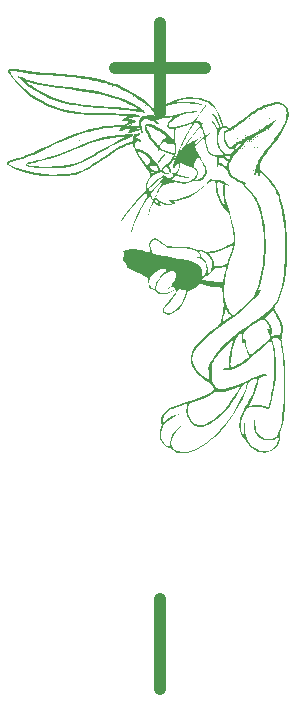
<source format=gbr>
%TF.GenerationSoftware,KiCad,Pcbnew,9.0.3*%
%TF.CreationDate,2025-10-01T23:26:51-04:00*%
%TF.ProjectId,Photon,50686f74-6f6e-42e6-9b69-6361645f7063,1.3*%
%TF.SameCoordinates,Original*%
%TF.FileFunction,Legend,Bot*%
%TF.FilePolarity,Positive*%
%FSLAX46Y46*%
G04 Gerber Fmt 4.6, Leading zero omitted, Abs format (unit mm)*
G04 Created by KiCad (PCBNEW 9.0.3) date 2025-10-01 23:26:51*
%MOMM*%
%LPD*%
G01*
G04 APERTURE LIST*
G04 Aperture macros list*
%AMRoundRect*
0 Rectangle with rounded corners*
0 $1 Rounding radius*
0 $2 $3 $4 $5 $6 $7 $8 $9 X,Y pos of 4 corners*
0 Add a 4 corners polygon primitive as box body*
4,1,4,$2,$3,$4,$5,$6,$7,$8,$9,$2,$3,0*
0 Add four circle primitives for the rounded corners*
1,1,$1+$1,$2,$3*
1,1,$1+$1,$4,$5*
1,1,$1+$1,$6,$7*
1,1,$1+$1,$8,$9*
0 Add four rect primitives between the rounded corners*
20,1,$1+$1,$2,$3,$4,$5,0*
20,1,$1+$1,$4,$5,$6,$7,0*
20,1,$1+$1,$6,$7,$8,$9,0*
20,1,$1+$1,$8,$9,$2,$3,0*%
G04 Aperture macros list end*
%ADD10C,0.000000*%
%ADD11C,1.000000*%
%ADD12O,1.000000X1.700000*%
%ADD13RoundRect,0.735000X-2.940000X3.150000X-2.940000X-3.150000X2.940000X-3.150000X2.940000X3.150000X0*%
G04 APERTURE END LIST*
D10*
%TO.C,G\u002A\u002A\u002A*%
G36*
X40463239Y-46815276D02*
G01*
X40717295Y-46844611D01*
X41048258Y-46891032D01*
X41334997Y-46933111D01*
X41669272Y-46981539D01*
X41942677Y-47019880D01*
X42170980Y-47049980D01*
X42369949Y-47073684D01*
X42555350Y-47092838D01*
X42742954Y-47109287D01*
X42948526Y-47124877D01*
X43187835Y-47141453D01*
X43371401Y-47154204D01*
X43819063Y-47187744D01*
X44281995Y-47225470D01*
X44747192Y-47266111D01*
X45201652Y-47308397D01*
X45632368Y-47351057D01*
X46026337Y-47392820D01*
X46370553Y-47432416D01*
X46652013Y-47468575D01*
X46857712Y-47500025D01*
X46931280Y-47513197D01*
X47304471Y-47586984D01*
X47697759Y-47674691D01*
X48089539Y-47770823D01*
X48458206Y-47869889D01*
X48782154Y-47966394D01*
X49039778Y-48054846D01*
X49189490Y-48113380D01*
X49963507Y-48468717D01*
X50703969Y-48897057D01*
X51396732Y-49389490D01*
X52027653Y-49937107D01*
X52046004Y-49954715D01*
X52230737Y-50125069D01*
X52371252Y-50232935D01*
X52481854Y-50281475D01*
X52576846Y-50273849D01*
X52670534Y-50213219D01*
X52777220Y-50102746D01*
X52917292Y-49976751D01*
X53174617Y-49833646D01*
X53502306Y-49726142D01*
X53582792Y-49703330D01*
X53770585Y-49635942D01*
X53946140Y-49557925D01*
X54338045Y-49388333D01*
X54810151Y-49260543D01*
X55307167Y-49208366D01*
X55401418Y-49212037D01*
X55843747Y-49229265D01*
X55880567Y-49233128D01*
X56296081Y-49299218D01*
X56662957Y-49399675D01*
X56968647Y-49530267D01*
X57200600Y-49686764D01*
X57309229Y-49794694D01*
X57500266Y-50036333D01*
X57687713Y-50331496D01*
X57859620Y-50658661D01*
X58004039Y-50996306D01*
X58109019Y-51322909D01*
X58112702Y-51337093D01*
X58155354Y-51486879D01*
X58193896Y-51571565D01*
X58232431Y-51603559D01*
X58242005Y-51611508D01*
X58313356Y-51627065D01*
X58434613Y-51660560D01*
X58562304Y-51727152D01*
X58567392Y-51730748D01*
X58661820Y-51788415D01*
X58725565Y-51812226D01*
X58746822Y-51802131D01*
X58832141Y-51746776D01*
X58971390Y-51649687D01*
X59154134Y-51518308D01*
X59369938Y-51360084D01*
X59608365Y-51182458D01*
X59735952Y-51086863D01*
X60073303Y-50836452D01*
X60355848Y-50631309D01*
X60594745Y-50463945D01*
X60801154Y-50326872D01*
X60986235Y-50212603D01*
X61161146Y-50113649D01*
X61337047Y-50022523D01*
X61635624Y-49885104D01*
X62073596Y-49730338D01*
X62520458Y-49631983D01*
X62672177Y-49610171D01*
X62815712Y-49600640D01*
X62824674Y-49600045D01*
X62955030Y-49612348D01*
X63099978Y-49648101D01*
X63335650Y-49751136D01*
X63526352Y-49920503D01*
X63651747Y-50150206D01*
X63692640Y-50328867D01*
X63711417Y-50566748D01*
X63704248Y-50818760D01*
X63670370Y-51048189D01*
X63665725Y-51067470D01*
X63583389Y-51308749D01*
X63446821Y-51602696D01*
X63262579Y-51938581D01*
X63037217Y-52305678D01*
X62777294Y-52693256D01*
X62489364Y-53090588D01*
X62179986Y-53486945D01*
X62074773Y-53617615D01*
X61845245Y-53911555D01*
X61667187Y-54156478D01*
X61533693Y-54363655D01*
X61437857Y-54544353D01*
X61372773Y-54709842D01*
X61331535Y-54871391D01*
X61302714Y-55028080D01*
X61280899Y-55162172D01*
X61271957Y-55238601D01*
X61274780Y-55250714D01*
X61325631Y-55319270D01*
X61427187Y-55417048D01*
X61562377Y-55527090D01*
X61563359Y-55527832D01*
X61819367Y-55753640D01*
X62085141Y-56045084D01*
X62346356Y-56382253D01*
X62588687Y-56745233D01*
X62797809Y-57114115D01*
X62959398Y-57468985D01*
X63013293Y-57611429D01*
X63105040Y-57882410D01*
X63182760Y-58160406D01*
X63251313Y-58465862D01*
X63315554Y-58819227D01*
X63380342Y-59240948D01*
X63386405Y-59283206D01*
X63459894Y-59837291D01*
X63514164Y-60346405D01*
X63550788Y-60837190D01*
X63571334Y-61336289D01*
X63577375Y-61870342D01*
X63570481Y-62465992D01*
X63540983Y-63249933D01*
X63479657Y-64019202D01*
X63387251Y-64709572D01*
X63263250Y-65323547D01*
X63107142Y-65863632D01*
X62918413Y-66332334D01*
X62696551Y-66732156D01*
X62686840Y-66747170D01*
X62600327Y-66891600D01*
X62539093Y-67012669D01*
X62515856Y-67085509D01*
X62522865Y-67113965D01*
X62569829Y-67212226D01*
X62651240Y-67351572D01*
X62755648Y-67511656D01*
X62794875Y-67570379D01*
X62915797Y-67767541D01*
X63022362Y-67963043D01*
X63095184Y-68122035D01*
X63145253Y-68275674D01*
X63210220Y-68638115D01*
X63215911Y-69015954D01*
X63160431Y-69372827D01*
X63153740Y-69398754D01*
X63116572Y-69559665D01*
X63104434Y-69680637D01*
X63116841Y-69801736D01*
X63153311Y-69963028D01*
X63163622Y-70005311D01*
X63261966Y-70500349D01*
X63339666Y-71075383D01*
X63396303Y-71724334D01*
X63431457Y-72441124D01*
X63444709Y-73219675D01*
X63435639Y-74053908D01*
X63422058Y-74537743D01*
X63398427Y-75116581D01*
X63367682Y-75622821D01*
X63328810Y-76065752D01*
X63280798Y-76454662D01*
X63222634Y-76798841D01*
X63153303Y-77107577D01*
X63071794Y-77390160D01*
X63003897Y-77648147D01*
X62967368Y-78013662D01*
X62957107Y-78200558D01*
X62877396Y-78512957D01*
X62724464Y-78782554D01*
X62504863Y-79001762D01*
X62225146Y-79162995D01*
X61891867Y-79258667D01*
X61733537Y-79279135D01*
X61444377Y-79275108D01*
X61162778Y-79207686D01*
X60860101Y-79071678D01*
X60629277Y-78921436D01*
X60363012Y-78658750D01*
X60137582Y-78319336D01*
X60077175Y-78218635D01*
X59973106Y-78074628D01*
X59878208Y-77972811D01*
X59777348Y-77864615D01*
X59655955Y-77643156D01*
X59576728Y-77368839D01*
X59542420Y-77058454D01*
X59546186Y-76965593D01*
X59670154Y-76965593D01*
X59674372Y-77228104D01*
X59702509Y-77462720D01*
X59754233Y-77640451D01*
X59760334Y-77653816D01*
X59826702Y-77784653D01*
X59871566Y-77836434D01*
X59897180Y-77806902D01*
X59905802Y-77693798D01*
X59899685Y-77494865D01*
X59894910Y-77262169D01*
X59913046Y-77049948D01*
X59959397Y-76851952D01*
X59999508Y-76729647D01*
X60036903Y-76636720D01*
X60058710Y-76608554D01*
X60059633Y-76609949D01*
X60060524Y-76667249D01*
X60047190Y-76785968D01*
X60022215Y-76942464D01*
X60018917Y-76961150D01*
X59991336Y-77171537D01*
X59992527Y-77357220D01*
X60022515Y-77572636D01*
X60070314Y-77772065D01*
X60172302Y-78056040D01*
X60304912Y-78330836D01*
X60454936Y-78570010D01*
X60609166Y-78747116D01*
X60717407Y-78836730D01*
X61010392Y-79013383D01*
X61323739Y-79121602D01*
X61643066Y-79160573D01*
X61953988Y-79129480D01*
X62242124Y-79027509D01*
X62493090Y-78853845D01*
X62571426Y-78774844D01*
X62729412Y-78561771D01*
X62833934Y-78336511D01*
X62871723Y-78124620D01*
X62871366Y-78103883D01*
X62852623Y-78000826D01*
X62812329Y-77967521D01*
X62760122Y-78013563D01*
X62743410Y-78031364D01*
X62662842Y-78088820D01*
X62546200Y-78155797D01*
X62497028Y-78178961D01*
X62255949Y-78244277D01*
X61982775Y-78258671D01*
X61710095Y-78222716D01*
X61470497Y-78136980D01*
X61269126Y-78012238D01*
X61071159Y-77821499D01*
X60909205Y-77568093D01*
X60888439Y-77526587D01*
X60845757Y-77419060D01*
X60820297Y-77299761D01*
X60807881Y-77142999D01*
X60804333Y-76923085D01*
X60805717Y-76801586D01*
X60814281Y-76618765D01*
X60828972Y-76478333D01*
X60847839Y-76403565D01*
X60865406Y-76391980D01*
X60881240Y-76442428D01*
X60890819Y-76570449D01*
X60894842Y-76781673D01*
X60897220Y-76901189D01*
X60925237Y-77200739D01*
X60990356Y-77444141D01*
X61099878Y-77652636D01*
X61261100Y-77847463D01*
X61263732Y-77850159D01*
X61466637Y-78001846D01*
X61711808Y-78100197D01*
X61977636Y-78143899D01*
X62242513Y-78131635D01*
X62484832Y-78062093D01*
X62682986Y-77933957D01*
X62706263Y-77910628D01*
X62830040Y-77728198D01*
X62941305Y-77460564D01*
X63039449Y-77110257D01*
X63123861Y-76679805D01*
X63193929Y-76171737D01*
X63249045Y-75588584D01*
X63269925Y-75309273D01*
X63292228Y-74982984D01*
X63308899Y-74688834D01*
X63320297Y-74409530D01*
X63326784Y-74127779D01*
X63328722Y-73826287D01*
X63326472Y-73487762D01*
X63320395Y-73094911D01*
X63310852Y-72630440D01*
X63301740Y-72291752D01*
X63273005Y-71639474D01*
X63231403Y-71074903D01*
X63176888Y-70597811D01*
X63109419Y-70207971D01*
X63028950Y-69905158D01*
X62935439Y-69689144D01*
X62828840Y-69559702D01*
X62709111Y-69516605D01*
X62667418Y-69519833D01*
X62548661Y-69549128D01*
X62426808Y-69598106D01*
X62331766Y-69653444D01*
X62293439Y-69701816D01*
X62310415Y-69764565D01*
X62353668Y-69863560D01*
X62406198Y-69992299D01*
X62475250Y-70246484D01*
X62533774Y-70565889D01*
X62580692Y-70936645D01*
X62614925Y-71344883D01*
X62635394Y-71776733D01*
X62641021Y-72218328D01*
X62630728Y-72655798D01*
X62603435Y-73075274D01*
X62566148Y-73421765D01*
X62501162Y-73866639D01*
X62419832Y-74303042D01*
X62325903Y-74714882D01*
X62223122Y-75086065D01*
X62115234Y-75400500D01*
X62005984Y-75642092D01*
X61981967Y-75635107D01*
X61897665Y-75598113D01*
X61774482Y-75538978D01*
X61682172Y-75499617D01*
X61411761Y-75429983D01*
X61101388Y-75398395D01*
X60779828Y-75404962D01*
X60475861Y-75449795D01*
X60218263Y-75533005D01*
X60194482Y-75547910D01*
X60110271Y-75642597D01*
X60013392Y-75798499D01*
X59913221Y-75997563D01*
X59819134Y-76221735D01*
X59740508Y-76452962D01*
X59734821Y-76472848D01*
X59690192Y-76704178D01*
X59670154Y-76965593D01*
X59546186Y-76965593D01*
X59555788Y-76728790D01*
X59619586Y-76396636D01*
X59637905Y-76330994D01*
X59690090Y-76160937D01*
X59747922Y-76006193D01*
X59820097Y-75848865D01*
X59915313Y-75671055D01*
X60042266Y-75454869D01*
X60209653Y-75182409D01*
X60243712Y-75126739D01*
X60390904Y-74867035D01*
X60532659Y-74588445D01*
X60665058Y-74301857D01*
X60784178Y-74018157D01*
X60886100Y-73748233D01*
X60966903Y-73502972D01*
X61022665Y-73293262D01*
X61049467Y-73129990D01*
X61043388Y-73024042D01*
X61000506Y-72986307D01*
X60973237Y-72989703D01*
X60866631Y-73024729D01*
X60724998Y-73087716D01*
X60571766Y-73166227D01*
X60430365Y-73247824D01*
X60324224Y-73320068D01*
X60276772Y-73370522D01*
X60276566Y-73371232D01*
X60253971Y-73455907D01*
X60218285Y-73596544D01*
X60177138Y-73763077D01*
X60172704Y-73781048D01*
X60026355Y-74248378D01*
X59813413Y-74754313D01*
X59540470Y-75287717D01*
X59214121Y-75837451D01*
X58840959Y-76392378D01*
X58427579Y-76941362D01*
X57980573Y-77473264D01*
X57782828Y-77685596D01*
X57258110Y-78168669D01*
X56682107Y-78598132D01*
X56071653Y-78962199D01*
X55443584Y-79249087D01*
X55385874Y-79270688D01*
X55200548Y-79325657D01*
X55010033Y-79353653D01*
X54772923Y-79361625D01*
X54724473Y-79361549D01*
X54539104Y-79356135D01*
X54404039Y-79337529D01*
X54287473Y-79299154D01*
X54157597Y-79234437D01*
X54058797Y-79175392D01*
X53917328Y-79073926D01*
X53818551Y-78982489D01*
X53807740Y-78970214D01*
X53708843Y-78890649D01*
X53614843Y-78858111D01*
X53602819Y-78857765D01*
X53457463Y-78816939D01*
X53292146Y-78720591D01*
X53132343Y-78586462D01*
X53003525Y-78432296D01*
X52999490Y-78426164D01*
X52856986Y-78129905D01*
X52791508Y-77806080D01*
X52797505Y-77654410D01*
X52913402Y-77654410D01*
X52934010Y-77955843D01*
X53024273Y-78238417D01*
X53186418Y-78486951D01*
X53214131Y-78517101D01*
X53330284Y-78622142D01*
X53449625Y-78704800D01*
X53550185Y-78751502D01*
X53609998Y-78748674D01*
X53620791Y-78722262D01*
X53637275Y-78625899D01*
X53648656Y-78489615D01*
X53651978Y-78441878D01*
X53721757Y-78111663D01*
X53867046Y-77781636D01*
X54078192Y-77469748D01*
X54345539Y-77193949D01*
X54349108Y-77190879D01*
X54465450Y-77095327D01*
X54552812Y-77031894D01*
X54592522Y-77014170D01*
X54590362Y-77024103D01*
X54546753Y-77085613D01*
X54459976Y-77188694D01*
X54342843Y-77317766D01*
X54181352Y-77503900D01*
X53967158Y-77822011D01*
X53839445Y-78131979D01*
X53797117Y-78436046D01*
X53797268Y-78454996D01*
X53837512Y-78719333D01*
X53947349Y-78929978D01*
X54124437Y-79085475D01*
X54366435Y-79184367D01*
X54671000Y-79225198D01*
X55035793Y-79206512D01*
X55420452Y-79122995D01*
X55842187Y-78962698D01*
X56283636Y-78731874D01*
X56735975Y-78435737D01*
X57190384Y-78079504D01*
X57638041Y-77668386D01*
X57689154Y-77616866D01*
X57927177Y-77358089D01*
X58190820Y-77046165D01*
X58465016Y-76700509D01*
X58734698Y-76340538D01*
X58984800Y-75985666D01*
X59200253Y-75655309D01*
X59209535Y-75640276D01*
X59375862Y-75355219D01*
X59546642Y-75036549D01*
X59711410Y-74705988D01*
X59859703Y-74385257D01*
X59981058Y-74096076D01*
X60065011Y-73860168D01*
X60116652Y-73679413D01*
X60151516Y-73512918D01*
X60150849Y-73417259D01*
X60115264Y-73386657D01*
X60106662Y-73387556D01*
X60029295Y-73412144D01*
X59918784Y-73459859D01*
X59817279Y-73525098D01*
X59741303Y-73623600D01*
X59670427Y-73782364D01*
X59623056Y-73897494D01*
X59460770Y-74221353D01*
X59247003Y-74578746D01*
X58993656Y-74952674D01*
X58712632Y-75326138D01*
X58415832Y-75682140D01*
X58115158Y-76003681D01*
X57948220Y-76163677D01*
X57660945Y-76412257D01*
X57367110Y-76637614D01*
X57082684Y-76828546D01*
X56823642Y-76973849D01*
X56605952Y-77062320D01*
X56400367Y-77104582D01*
X56098222Y-77098301D01*
X55816630Y-77009763D01*
X55562636Y-76842752D01*
X55343285Y-76601055D01*
X55165622Y-76288455D01*
X55132609Y-76195962D01*
X55087955Y-75977304D01*
X55066309Y-75726425D01*
X55066373Y-75722034D01*
X55203467Y-75722034D01*
X55204519Y-75898394D01*
X55219782Y-76050802D01*
X55257011Y-76183256D01*
X55323430Y-76332534D01*
X55431636Y-76515249D01*
X55636034Y-76739143D01*
X55879261Y-76894089D01*
X56149736Y-76973445D01*
X56435879Y-76970570D01*
X56512900Y-76953395D01*
X56736801Y-76865721D01*
X56998306Y-76720782D01*
X57284853Y-76527452D01*
X57583878Y-76294609D01*
X57882820Y-76031130D01*
X58169115Y-75745891D01*
X58405707Y-75478970D01*
X58677260Y-75142377D01*
X58944750Y-74783289D01*
X59187701Y-74429274D01*
X59385636Y-74107904D01*
X59413314Y-74059138D01*
X59508706Y-73885476D01*
X59562351Y-73774376D01*
X59578758Y-73715382D01*
X59562437Y-73698041D01*
X59532715Y-73707567D01*
X59434645Y-73744017D01*
X59285710Y-73801401D01*
X59103738Y-73872923D01*
X59002492Y-73911458D01*
X58754188Y-73996347D01*
X58504957Y-74070790D01*
X58295974Y-74122084D01*
X58214911Y-74138218D01*
X58051884Y-74165977D01*
X57935121Y-74173430D01*
X57835547Y-74160916D01*
X57724087Y-74128775D01*
X57518784Y-74061186D01*
X57275496Y-74259367D01*
X57235449Y-74290978D01*
X56965469Y-74469751D01*
X56631011Y-74645719D01*
X56252467Y-74809006D01*
X55850225Y-74949735D01*
X55728275Y-74987541D01*
X55557285Y-75040667D01*
X55428970Y-75080681D01*
X55364488Y-75100994D01*
X55317446Y-75134116D01*
X55257983Y-75254357D01*
X55219492Y-75452251D01*
X55203467Y-75722034D01*
X55066373Y-75722034D01*
X55069917Y-75478720D01*
X55101021Y-75269580D01*
X55137149Y-75128510D01*
X54890299Y-75192971D01*
X54745388Y-75235462D01*
X54530987Y-75306858D01*
X54293280Y-75392235D01*
X54059342Y-75481524D01*
X53856246Y-75564655D01*
X53711067Y-75631559D01*
X53554462Y-75726111D01*
X53318560Y-75941584D01*
X53154082Y-76204743D01*
X53066853Y-76507669D01*
X53056781Y-76620369D01*
X53070331Y-76720413D01*
X53112822Y-76746515D01*
X53180431Y-76692456D01*
X53343706Y-76535344D01*
X53576252Y-76373056D01*
X53850263Y-76223539D01*
X54142053Y-76099668D01*
X54427938Y-76014319D01*
X54486402Y-76002556D01*
X54559925Y-75997304D01*
X54558638Y-76016094D01*
X54487922Y-76052697D01*
X54353159Y-76100882D01*
X54281144Y-76125409D01*
X54005678Y-76245186D01*
X53720984Y-76402461D01*
X53466997Y-76575829D01*
X53247213Y-76788756D01*
X53072232Y-77055686D01*
X52960218Y-77349298D01*
X52913402Y-77654410D01*
X52797505Y-77654410D01*
X52804643Y-77473903D01*
X52897975Y-77152591D01*
X52930631Y-77068273D01*
X52956279Y-76925775D01*
X52938584Y-76759769D01*
X52935895Y-76744920D01*
X52931716Y-76469336D01*
X53008887Y-76198058D01*
X53160534Y-75942833D01*
X53379780Y-75715410D01*
X53659751Y-75527535D01*
X53858394Y-75431759D01*
X54187196Y-75299402D01*
X54579266Y-75164751D01*
X55020410Y-75032965D01*
X55367607Y-74931645D01*
X55880794Y-74763093D01*
X56331321Y-74590427D01*
X56712683Y-74416449D01*
X57018373Y-74243964D01*
X57241886Y-74075774D01*
X57407443Y-73924129D01*
X57269844Y-73666514D01*
X57211888Y-73563630D01*
X57141400Y-73465230D01*
X57053624Y-73382578D01*
X56927902Y-73296955D01*
X56743577Y-73189643D01*
X56589554Y-73097461D01*
X56195439Y-72800247D01*
X55877734Y-72457653D01*
X55636578Y-72069818D01*
X55572109Y-71936346D01*
X55513522Y-71794618D01*
X55481441Y-71667608D01*
X55467978Y-71520768D01*
X55465368Y-71328748D01*
X55552362Y-71328748D01*
X55591275Y-71602520D01*
X55707030Y-71886888D01*
X55901396Y-72195621D01*
X55969036Y-72286662D01*
X56227338Y-72587432D01*
X56494593Y-72831459D01*
X56755261Y-73004029D01*
X56977677Y-73120388D01*
X56990607Y-72709204D01*
X56991868Y-72662747D01*
X56991826Y-72649699D01*
X57196777Y-72649699D01*
X57211214Y-72918493D01*
X57247010Y-73141999D01*
X57249130Y-73150568D01*
X57340688Y-73405431D01*
X57473759Y-73630960D01*
X57633942Y-73807284D01*
X57806836Y-73914529D01*
X57820705Y-73919377D01*
X57993437Y-73941106D01*
X58229891Y-73919814D01*
X58518897Y-73858341D01*
X58849282Y-73759528D01*
X59209876Y-73626215D01*
X59562437Y-73473008D01*
X59589508Y-73461244D01*
X59987149Y-73276503D01*
X60115264Y-73217829D01*
X60344074Y-73113039D01*
X60639410Y-72981268D01*
X60882661Y-72877429D01*
X61083333Y-72797759D01*
X61250931Y-72738496D01*
X61394958Y-72695877D01*
X61524921Y-72666141D01*
X61650324Y-72645525D01*
X61658019Y-72644479D01*
X61778364Y-72633770D01*
X61834661Y-72648068D01*
X61848606Y-72692515D01*
X61841480Y-72730803D01*
X61793001Y-72782872D01*
X61745414Y-72796820D01*
X61630460Y-72830647D01*
X61484444Y-72873694D01*
X61231491Y-72948326D01*
X61160119Y-73267579D01*
X61104602Y-73496991D01*
X60968421Y-73960529D01*
X60806768Y-74408424D01*
X60628890Y-74816243D01*
X60444033Y-75159555D01*
X60391719Y-75246602D01*
X60357792Y-75314998D01*
X60367338Y-75335520D01*
X60417834Y-75324002D01*
X60441488Y-75316822D01*
X60677136Y-75268241D01*
X60953438Y-75242293D01*
X61228918Y-75243116D01*
X61300320Y-75249117D01*
X61615972Y-75319423D01*
X61943029Y-75465803D01*
X61949260Y-75469012D01*
X61960091Y-75468254D01*
X61972695Y-75449112D01*
X61990537Y-75400306D01*
X62017084Y-75310559D01*
X62055800Y-75168590D01*
X62110152Y-74963122D01*
X62183605Y-74682876D01*
X62192684Y-74647616D01*
X62258282Y-74363404D01*
X62324084Y-74034184D01*
X62382901Y-73697990D01*
X62427538Y-73392859D01*
X62453466Y-73157523D01*
X62483495Y-72768386D01*
X62502855Y-72353842D01*
X62511191Y-71936590D01*
X62508150Y-71539331D01*
X62493377Y-71184764D01*
X62466518Y-70895589D01*
X62412556Y-70525397D01*
X62357095Y-70222269D01*
X62302658Y-70004108D01*
X62249580Y-69872239D01*
X62198192Y-69827988D01*
X62163557Y-69836813D01*
X62060854Y-69892190D01*
X61923339Y-69986506D01*
X61770610Y-70105863D01*
X61622264Y-70236367D01*
X61521850Y-70330859D01*
X61180142Y-70651445D01*
X60892533Y-70919005D01*
X60651019Y-71140294D01*
X60447595Y-71322070D01*
X60274256Y-71471087D01*
X60122998Y-71594103D01*
X59985817Y-71697874D01*
X59854707Y-71789157D01*
X59721665Y-71874707D01*
X59578685Y-71961282D01*
X59235953Y-72137731D01*
X58834014Y-72271861D01*
X58425971Y-72327355D01*
X58360690Y-72329218D01*
X58187176Y-72320815D01*
X58095777Y-72293757D01*
X58084244Y-72253936D01*
X58150327Y-72207245D01*
X58291777Y-72159576D01*
X58506345Y-72116821D01*
X58700512Y-72087092D01*
X58680029Y-71840099D01*
X58679685Y-71825932D01*
X58792385Y-71825932D01*
X58803926Y-71974255D01*
X58815462Y-72018842D01*
X58854505Y-72076691D01*
X58927744Y-72073143D01*
X58995197Y-72051031D01*
X59200841Y-71959984D01*
X59444528Y-71826789D01*
X59705690Y-71663202D01*
X59963757Y-71480981D01*
X60098016Y-71376496D01*
X60234697Y-71261126D01*
X60329255Y-71170432D01*
X60366607Y-71118006D01*
X60366788Y-71116067D01*
X60349390Y-71042271D01*
X60299188Y-70918076D01*
X60226539Y-70769270D01*
X60156337Y-70617323D01*
X60075690Y-70396219D01*
X60022665Y-70194844D01*
X59992796Y-70048196D01*
X59967714Y-69967408D01*
X59942436Y-69949295D01*
X59910132Y-69980872D01*
X59853299Y-70040452D01*
X59804252Y-70037612D01*
X59774309Y-69953443D01*
X59762846Y-69785959D01*
X59764264Y-69729884D01*
X59851964Y-69729884D01*
X59856461Y-69794604D01*
X59875073Y-69801508D01*
X59910542Y-69763882D01*
X59955022Y-69700511D01*
X59980304Y-69641553D01*
X59981539Y-69633146D01*
X60024788Y-69605571D01*
X60038702Y-69615897D01*
X60060626Y-69689447D01*
X60069271Y-69810446D01*
X60074456Y-69922439D01*
X60112607Y-70166416D01*
X60180729Y-70417681D01*
X60270340Y-70652193D01*
X60372956Y-70845909D01*
X60480095Y-70974789D01*
X60491761Y-70981080D01*
X60537173Y-70974787D01*
X60611658Y-70931167D01*
X60723691Y-70843841D01*
X60881748Y-70706430D01*
X61094306Y-70512557D01*
X61210740Y-70405677D01*
X61415273Y-70221067D01*
X61606850Y-70051766D01*
X61768179Y-69912979D01*
X61881968Y-69819912D01*
X61989975Y-69732876D01*
X62070626Y-69650051D01*
X62106849Y-69573092D01*
X62115071Y-69477898D01*
X62106590Y-69398811D01*
X62066211Y-69240361D01*
X62003863Y-69078475D01*
X61964723Y-68992963D01*
X61911990Y-68862450D01*
X61900996Y-68791745D01*
X61931759Y-68768073D01*
X62004297Y-68778654D01*
X62082342Y-68786219D01*
X62111924Y-68749914D01*
X62091462Y-68659189D01*
X62021582Y-68504057D01*
X61978525Y-68432883D01*
X61886165Y-68312727D01*
X61773279Y-68186202D01*
X61658480Y-68072591D01*
X61560382Y-67991176D01*
X61497597Y-67961239D01*
X61497060Y-67961325D01*
X61449431Y-67986962D01*
X61339741Y-68053057D01*
X61180035Y-68152140D01*
X60982360Y-68276741D01*
X60758763Y-68419390D01*
X60542026Y-68559674D01*
X60316168Y-68712998D01*
X60149411Y-68841501D01*
X60032064Y-68957235D01*
X59954438Y-69072251D01*
X59906842Y-69198601D01*
X59879588Y-69348336D01*
X59862985Y-69533508D01*
X59858838Y-69594065D01*
X59851964Y-69729884D01*
X59764264Y-69729884D01*
X59769238Y-69533177D01*
X59792716Y-69073177D01*
X59592724Y-69216800D01*
X59525769Y-69268070D01*
X59411589Y-69380616D01*
X59317749Y-69520277D01*
X59232079Y-69707177D01*
X59142410Y-69961438D01*
X59099440Y-70100387D01*
X59017789Y-70402282D01*
X58944509Y-70721168D01*
X58882464Y-71040011D01*
X58834519Y-71341775D01*
X58803537Y-71609427D01*
X58792385Y-71825932D01*
X58679685Y-71825932D01*
X58674183Y-71599472D01*
X58694419Y-71267219D01*
X58739527Y-70903992D01*
X58805191Y-70537528D01*
X58887097Y-70195563D01*
X58980930Y-69905834D01*
X58995307Y-69866605D01*
X59020685Y-69775445D01*
X59017227Y-69739022D01*
X59014381Y-69739368D01*
X58955809Y-69774490D01*
X58850365Y-69858132D01*
X58712630Y-69977346D01*
X58557183Y-70119186D01*
X58398606Y-70270705D01*
X58251478Y-70418957D01*
X58124713Y-70554131D01*
X57925443Y-70777644D01*
X57735618Y-71002595D01*
X57568433Y-71212728D01*
X57437084Y-71391790D01*
X57354768Y-71523523D01*
X57320468Y-71604417D01*
X57265543Y-71812977D01*
X57225548Y-72072803D01*
X57202090Y-72359756D01*
X57196777Y-72649699D01*
X56991826Y-72649699D01*
X56991224Y-72464234D01*
X56979423Y-72334184D01*
X56957244Y-72282590D01*
X56916949Y-72235823D01*
X56922427Y-72124335D01*
X56979679Y-71946923D01*
X57089329Y-71700831D01*
X57279865Y-71349381D01*
X57566552Y-70923579D01*
X57922585Y-70485877D01*
X58355051Y-70026903D01*
X58483292Y-69900671D01*
X58667580Y-69727350D01*
X58857305Y-69560250D01*
X59017227Y-69428901D01*
X59062468Y-69391743D01*
X59293066Y-69214201D01*
X59559099Y-69019997D01*
X59792716Y-68856113D01*
X59870565Y-68801502D01*
X60237465Y-68551090D01*
X60669797Y-68261133D01*
X60899736Y-68106950D01*
X61110903Y-67963711D01*
X61213791Y-67892962D01*
X61676544Y-67892962D01*
X61796863Y-68004170D01*
X61841069Y-68046699D01*
X62044320Y-68296272D01*
X62189571Y-68572483D01*
X62268508Y-68855726D01*
X62272815Y-69126398D01*
X62271590Y-69135363D01*
X62261581Y-69294181D01*
X62291211Y-69379043D01*
X62369661Y-69399312D01*
X62506110Y-69364351D01*
X62675787Y-69324325D01*
X62709111Y-69327741D01*
X62833645Y-69340508D01*
X62845185Y-69343721D01*
X62946265Y-69363021D01*
X63000744Y-69357928D01*
X63007462Y-69336323D01*
X63019035Y-69241095D01*
X63029573Y-69089718D01*
X63037420Y-68902734D01*
X63040371Y-68781119D01*
X63038417Y-68600233D01*
X63022662Y-68460784D01*
X62988546Y-68331749D01*
X62931511Y-68182104D01*
X62927418Y-68172290D01*
X62861126Y-68031221D01*
X62768760Y-67854636D01*
X62663467Y-67665566D01*
X62558396Y-67487040D01*
X62466694Y-67342090D01*
X62401510Y-67253744D01*
X62375198Y-67267763D01*
X62295476Y-67331044D01*
X62176320Y-67434046D01*
X62031559Y-67565128D01*
X61676544Y-67892962D01*
X61213791Y-67892962D01*
X61289346Y-67841008D01*
X61421234Y-67748351D01*
X61492739Y-67695250D01*
X61497597Y-67691271D01*
X61499504Y-67689709D01*
X61595057Y-67612815D01*
X61730779Y-67505029D01*
X61879603Y-67387859D01*
X62055647Y-67243382D01*
X62310079Y-66997745D01*
X62401510Y-66882255D01*
X62513594Y-66740678D01*
X62687609Y-66447253D01*
X62783513Y-66252196D01*
X62924071Y-65914692D01*
X63043098Y-65551530D01*
X63142122Y-65153759D01*
X63222672Y-64712429D01*
X63286278Y-64218592D01*
X63334470Y-63663298D01*
X63368776Y-63037598D01*
X63390725Y-62332542D01*
X63398775Y-61733633D01*
X63393174Y-61118656D01*
X63370324Y-60552978D01*
X63328586Y-60016111D01*
X63266318Y-59487571D01*
X63181879Y-58946870D01*
X63073629Y-58373522D01*
X63073389Y-58372336D01*
X63012984Y-58114503D01*
X62941030Y-57870618D01*
X62863387Y-57655329D01*
X62785918Y-57483279D01*
X62714485Y-57369115D01*
X62654949Y-57327482D01*
X62610978Y-57320140D01*
X62640544Y-57290037D01*
X62652237Y-57280076D01*
X62662146Y-57230865D01*
X62631669Y-57139659D01*
X62556306Y-56990455D01*
X62553897Y-56986009D01*
X62412927Y-56745626D01*
X62255069Y-56508780D01*
X62087806Y-56283219D01*
X61918623Y-56076692D01*
X61755000Y-55896948D01*
X61604422Y-55751734D01*
X61474372Y-55648800D01*
X61372332Y-55595894D01*
X61305785Y-55600764D01*
X61282214Y-55671158D01*
X61278804Y-55792058D01*
X61260929Y-55879042D01*
X61224442Y-55904696D01*
X61196123Y-55892655D01*
X61153450Y-55826850D01*
X61139539Y-55784673D01*
X61103979Y-55682279D01*
X61089277Y-55601502D01*
X61086407Y-55482104D01*
X61087502Y-55450285D01*
X61081545Y-55414251D01*
X61058968Y-55451597D01*
X61014945Y-55568134D01*
X60977287Y-55662810D01*
X60913211Y-55773766D01*
X60856967Y-55808265D01*
X60814026Y-55761053D01*
X60812334Y-55754237D01*
X60816572Y-55672844D01*
X60840769Y-55536232D01*
X60880580Y-55369944D01*
X60887767Y-55342880D01*
X60929928Y-55175804D01*
X60960675Y-55040002D01*
X60973780Y-54962690D01*
X60980382Y-54925954D01*
X61006695Y-54905843D01*
X61011376Y-54906982D01*
X61046151Y-54869977D01*
X61089462Y-54782623D01*
X61129761Y-54675000D01*
X61155499Y-54577186D01*
X61155126Y-54519260D01*
X61153451Y-54503470D01*
X61181355Y-54503470D01*
X61203597Y-54525712D01*
X61225839Y-54503470D01*
X61203597Y-54481228D01*
X61181355Y-54503470D01*
X61153451Y-54503470D01*
X61152624Y-54495668D01*
X61199616Y-54454359D01*
X61203597Y-54452432D01*
X61204120Y-54452179D01*
X61255467Y-54403766D01*
X61327071Y-54314522D01*
X61403857Y-54206581D01*
X61470752Y-54102076D01*
X61512681Y-54023141D01*
X61514569Y-53991911D01*
X61520100Y-53970860D01*
X61570585Y-53910569D01*
X61654666Y-53819230D01*
X61750566Y-53706965D01*
X61821135Y-53615741D01*
X61848606Y-53567482D01*
X61852572Y-53557948D01*
X61899402Y-53499486D01*
X61982056Y-53413627D01*
X62012801Y-53382382D01*
X62086168Y-53295230D01*
X62115506Y-53238986D01*
X62129454Y-53208925D01*
X62193628Y-53130090D01*
X62292300Y-53031221D01*
X62360884Y-52962719D01*
X62428772Y-52877992D01*
X62445366Y-52829252D01*
X62440208Y-52817059D01*
X62467351Y-52790860D01*
X62487883Y-52778386D01*
X62484659Y-52716838D01*
X62475344Y-52669023D01*
X62515856Y-52679652D01*
X62554256Y-52692794D01*
X62547923Y-52644731D01*
X62540152Y-52599631D01*
X62582984Y-52596995D01*
X62631129Y-52590651D01*
X62673700Y-52508982D01*
X62706799Y-52430879D01*
X62764529Y-52372883D01*
X62791579Y-52356624D01*
X62827240Y-52289086D01*
X62850244Y-52224043D01*
X62914286Y-52135920D01*
X62961479Y-52078202D01*
X63052153Y-51949149D01*
X63154348Y-51790131D01*
X63252319Y-51626782D01*
X63330323Y-51484738D01*
X63372616Y-51389634D01*
X63379045Y-51369324D01*
X63417849Y-51257042D01*
X63467372Y-51122734D01*
X63469391Y-51117346D01*
X63509821Y-50959246D01*
X63531053Y-50771599D01*
X63534425Y-50574039D01*
X63521278Y-50386202D01*
X63492949Y-50227722D01*
X63450777Y-50118234D01*
X63396100Y-50077375D01*
X63385497Y-50075797D01*
X63378848Y-50040067D01*
X63361946Y-49996805D01*
X63283783Y-49938415D01*
X63167626Y-49877908D01*
X63037195Y-49827602D01*
X62916206Y-49799814D01*
X62815712Y-49798465D01*
X62648787Y-49813964D01*
X62471373Y-49844332D01*
X62324931Y-49875857D01*
X62201580Y-49902287D01*
X62137748Y-49915804D01*
X62052519Y-49937781D01*
X61913177Y-49984665D01*
X61768128Y-50042117D01*
X61639884Y-50100422D01*
X61550961Y-50149865D01*
X61523872Y-50180729D01*
X61531153Y-50196623D01*
X61506876Y-50197321D01*
X61449415Y-50201159D01*
X61336904Y-50243334D01*
X61192214Y-50314259D01*
X61036824Y-50403354D01*
X60892213Y-50500042D01*
X60880003Y-50508885D01*
X60767948Y-50581322D01*
X60678098Y-50626525D01*
X60636494Y-50652018D01*
X60629367Y-50706701D01*
X60639954Y-50729981D01*
X60614807Y-50729637D01*
X60613191Y-50728813D01*
X60553850Y-50742475D01*
X60448569Y-50799972D01*
X60319034Y-50889577D01*
X60207642Y-50974162D01*
X60044620Y-51099751D01*
X59947084Y-51178197D01*
X59910810Y-51212970D01*
X59931573Y-51207535D01*
X59966448Y-51195686D01*
X59961862Y-51227795D01*
X59944707Y-51247346D01*
X59890012Y-51255365D01*
X59869709Y-51253956D01*
X59792270Y-51286388D01*
X59688479Y-51350882D01*
X59584423Y-51428724D01*
X59506190Y-51501199D01*
X59479867Y-51549593D01*
X59481587Y-51559352D01*
X59457625Y-51579242D01*
X59442346Y-51580373D01*
X59366948Y-51614344D01*
X59252715Y-51681869D01*
X59118789Y-51769653D01*
X58984313Y-51864402D01*
X58868431Y-51952820D01*
X58790285Y-52021614D01*
X58769017Y-52057487D01*
X58777972Y-52071149D01*
X58747546Y-52062414D01*
X58719047Y-52058775D01*
X58626671Y-52085930D01*
X58509060Y-52147930D01*
X58324525Y-52264423D01*
X58342167Y-52541497D01*
X58362861Y-52691382D01*
X58421881Y-52906573D01*
X58506288Y-53112926D01*
X58604732Y-53283871D01*
X58705862Y-53392840D01*
X58707617Y-53394064D01*
X58772043Y-53424825D01*
X58838440Y-53409529D01*
X58938584Y-53341112D01*
X58938820Y-53340931D01*
X59042260Y-53238543D01*
X59061552Y-53154588D01*
X59060925Y-53152615D01*
X59051656Y-53107692D01*
X59081600Y-53141520D01*
X59096380Y-53160224D01*
X59143095Y-53178862D01*
X59218963Y-53137530D01*
X59273029Y-53084219D01*
X59279408Y-53035562D01*
X59275072Y-53019411D01*
X59324175Y-53027035D01*
X59368362Y-53035225D01*
X59402021Y-53011881D01*
X59409538Y-52992073D01*
X59468746Y-52968794D01*
X59499441Y-52963775D01*
X59535471Y-52924310D01*
X59550966Y-52898961D01*
X59621812Y-52879827D01*
X59673179Y-52871739D01*
X59733702Y-52832487D01*
X59739894Y-52828471D01*
X59750717Y-52803611D01*
X59720277Y-52808854D01*
X59719670Y-52809229D01*
X59672804Y-52827922D01*
X59682863Y-52799699D01*
X59744185Y-52740703D01*
X59791921Y-52708413D01*
X59786043Y-52735256D01*
X59778823Y-52747851D01*
X59771152Y-52785709D01*
X59820680Y-52773229D01*
X59934586Y-52709148D01*
X59954286Y-52696594D01*
X60024970Y-52636483D01*
X60037105Y-52595588D01*
X60035450Y-52582829D01*
X60089045Y-52595894D01*
X60142640Y-52608540D01*
X60140983Y-52576513D01*
X60133430Y-52546834D01*
X60185892Y-52554434D01*
X60196731Y-52558421D01*
X60242005Y-52559325D01*
X60230050Y-52498320D01*
X60226831Y-52489745D01*
X60215989Y-52441352D01*
X60250026Y-52464916D01*
X60258883Y-52472034D01*
X60329632Y-52486456D01*
X60414276Y-52468962D01*
X60478542Y-52431125D01*
X60488158Y-52384515D01*
X60486693Y-52368392D01*
X60533661Y-52373393D01*
X60571808Y-52378288D01*
X60626098Y-52337779D01*
X60659673Y-52299418D01*
X60747943Y-52268431D01*
X60812684Y-52253620D01*
X60891354Y-52203447D01*
X60921783Y-52176149D01*
X61020026Y-52113139D01*
X61150287Y-52045228D01*
X61232580Y-52001676D01*
X61315367Y-51941553D01*
X61336034Y-51899555D01*
X61328061Y-51882514D01*
X61344861Y-51862670D01*
X61422666Y-51851379D01*
X61537195Y-51794414D01*
X61648431Y-51707843D01*
X61652554Y-51703799D01*
X61693298Y-51656357D01*
X61674920Y-51656866D01*
X61638309Y-51671665D01*
X61645518Y-51639006D01*
X61681711Y-51608045D01*
X61743609Y-51639448D01*
X61758992Y-51651448D01*
X61805185Y-51661093D01*
X61834787Y-51593365D01*
X61837434Y-51583557D01*
X61864815Y-51527377D01*
X61898579Y-51552687D01*
X61927941Y-51588792D01*
X61936891Y-51553822D01*
X61941842Y-51530939D01*
X61982370Y-51523279D01*
X62009778Y-51527417D01*
X62053854Y-51481421D01*
X62073437Y-51447686D01*
X62133066Y-51411876D01*
X62153803Y-51406652D01*
X62235708Y-51359839D01*
X62339603Y-51280234D01*
X62474096Y-51179640D01*
X62565115Y-51140271D01*
X62604172Y-51158547D01*
X62589027Y-51225530D01*
X62517436Y-51332278D01*
X62387158Y-51469852D01*
X62385999Y-51470937D01*
X62280864Y-51576959D01*
X62213378Y-51659963D01*
X62198103Y-51702063D01*
X62205333Y-51711229D01*
X62182231Y-51716003D01*
X62136680Y-51723894D01*
X62045255Y-51772194D01*
X61937075Y-51846533D01*
X61835508Y-51929136D01*
X61763920Y-52002232D01*
X61745680Y-52048045D01*
X61753035Y-52066603D01*
X61721725Y-52060945D01*
X61708586Y-52056653D01*
X61629776Y-52073817D01*
X61526815Y-52131918D01*
X61520254Y-52136571D01*
X61404044Y-52210612D01*
X61243453Y-52303563D01*
X61071164Y-52396449D01*
X61031625Y-52417384D01*
X60894889Y-52498353D01*
X60801912Y-52567268D01*
X60770986Y-52611052D01*
X60772164Y-52631002D01*
X60740957Y-52637910D01*
X60735722Y-52635171D01*
X60665946Y-52634870D01*
X60580681Y-52667039D01*
X60514039Y-52714420D01*
X60500131Y-52759755D01*
X60507462Y-52777835D01*
X60477414Y-52773435D01*
X60420275Y-52764474D01*
X60302852Y-52815709D01*
X60144365Y-52939406D01*
X59947557Y-53133329D01*
X59715170Y-53395241D01*
X59660746Y-53458532D01*
X59546450Y-53588207D01*
X59426028Y-53721998D01*
X59347300Y-53812270D01*
X59302455Y-53872780D01*
X59308806Y-53881938D01*
X59345005Y-53865973D01*
X59339543Y-53896071D01*
X59324752Y-53914130D01*
X59251244Y-53947428D01*
X59242110Y-53948712D01*
X59172803Y-53998737D01*
X59081465Y-54108122D01*
X58980605Y-54258514D01*
X58882736Y-54431557D01*
X58800369Y-54608898D01*
X58782365Y-54654239D01*
X58686824Y-54967316D01*
X58663614Y-55238512D01*
X58714978Y-55479558D01*
X58843154Y-55702186D01*
X59050384Y-55918129D01*
X59061930Y-55928094D01*
X59266105Y-56075082D01*
X59506540Y-56207117D01*
X59750231Y-56308161D01*
X59964175Y-56362177D01*
X59976740Y-56364358D01*
X60054261Y-56400029D01*
X60106465Y-56454965D01*
X60117755Y-56505373D01*
X60072533Y-56527463D01*
X60052144Y-56529262D01*
X60028248Y-56556125D01*
X60057990Y-56620706D01*
X60145708Y-56730077D01*
X60295739Y-56891308D01*
X60378394Y-56978636D01*
X60737415Y-57403601D01*
X61015079Y-57817480D01*
X61055902Y-57890834D01*
X61211580Y-58221272D01*
X61357265Y-58605246D01*
X61484004Y-59014616D01*
X61582845Y-59421244D01*
X61644837Y-59796990D01*
X61651117Y-59850985D01*
X61674378Y-60047673D01*
X61696253Y-60228784D01*
X61723910Y-60492228D01*
X61754416Y-60925231D01*
X61772536Y-61390088D01*
X61778093Y-61862834D01*
X61770907Y-62319505D01*
X61750799Y-62736134D01*
X61717590Y-63088759D01*
X61686803Y-63304763D01*
X61621029Y-63683125D01*
X61539127Y-64085371D01*
X61446365Y-64489049D01*
X61348010Y-64871705D01*
X61249331Y-65210888D01*
X61155596Y-65484144D01*
X61142703Y-65521347D01*
X61151640Y-65543454D01*
X61217366Y-65508070D01*
X61279709Y-65477213D01*
X61338029Y-65483874D01*
X61342582Y-65554026D01*
X61290613Y-65681155D01*
X61274751Y-65708540D01*
X61173526Y-65844830D01*
X61014881Y-66025201D01*
X60808502Y-66240726D01*
X60564075Y-66482481D01*
X60291285Y-66741539D01*
X59999817Y-67008976D01*
X59699358Y-67275864D01*
X59399593Y-67533279D01*
X59110208Y-67772296D01*
X58840889Y-67983987D01*
X58601320Y-68159428D01*
X58210854Y-68435841D01*
X57656616Y-68845248D01*
X57162847Y-69232029D01*
X56732743Y-69593345D01*
X56369496Y-69926356D01*
X56076303Y-70228222D01*
X55856357Y-70496104D01*
X55712852Y-70727162D01*
X55697992Y-70757911D01*
X55588524Y-71051802D01*
X55552362Y-71328748D01*
X55465368Y-71328748D01*
X55465243Y-71319553D01*
X55465852Y-71211373D01*
X55473466Y-71037472D01*
X55495260Y-70903683D01*
X55538012Y-70777135D01*
X55608504Y-70624957D01*
X55697660Y-70461873D01*
X55872432Y-70206640D01*
X56098788Y-69939164D01*
X56382327Y-69653942D01*
X56728650Y-69345471D01*
X57143360Y-69008248D01*
X57632057Y-68636770D01*
X57768248Y-68529894D01*
X57858339Y-68434172D01*
X57919592Y-68321446D01*
X57957426Y-68211674D01*
X58126746Y-68211674D01*
X58146303Y-68204940D01*
X58225411Y-68158206D01*
X58349965Y-68076642D01*
X58503898Y-67970522D01*
X58607355Y-67896721D01*
X58740922Y-67798052D01*
X58832336Y-67726104D01*
X58866066Y-67692787D01*
X58866054Y-67692552D01*
X58832828Y-67653138D01*
X58755111Y-67590243D01*
X58703630Y-67542928D01*
X58607986Y-67425846D01*
X58516917Y-67286031D01*
X58479665Y-67222012D01*
X58414375Y-67127227D01*
X58371935Y-67113019D01*
X58341752Y-67182034D01*
X58313232Y-67336920D01*
X58285850Y-67482667D01*
X58244102Y-67673318D01*
X58197092Y-67867213D01*
X58188332Y-67901744D01*
X58152186Y-68054362D01*
X58130162Y-68164993D01*
X58126746Y-68211674D01*
X57957426Y-68211674D01*
X57975627Y-68158865D01*
X58078390Y-67797265D01*
X58154417Y-67446275D01*
X58198433Y-67105228D01*
X58212366Y-66750243D01*
X58198144Y-66357438D01*
X58157694Y-65902932D01*
X58096914Y-65336369D01*
X57959888Y-65315335D01*
X57855434Y-65301766D01*
X57691568Y-65283794D01*
X57511478Y-65266396D01*
X57209118Y-65229686D01*
X56898563Y-65175037D01*
X56613897Y-65109072D01*
X56386652Y-65038190D01*
X56195977Y-64965977D01*
X55986302Y-65198966D01*
X55897380Y-65293748D01*
X55782549Y-65391689D01*
X55659021Y-65454997D01*
X55490281Y-65506298D01*
X55203935Y-65580640D01*
X55016949Y-66075204D01*
X54857493Y-66459459D01*
X54695926Y-66768913D01*
X54523949Y-67017428D01*
X54333250Y-67218913D01*
X54187793Y-67334686D01*
X53951501Y-67475315D01*
X53713280Y-67569056D01*
X53500267Y-67603386D01*
X53314029Y-67572127D01*
X53163561Y-67481627D01*
X53069174Y-67347628D01*
X53044675Y-67202944D01*
X53149165Y-67202944D01*
X53154525Y-67282342D01*
X53192566Y-67359261D01*
X53243035Y-67418867D01*
X53383870Y-67492941D01*
X53563270Y-67501205D01*
X53769567Y-67445991D01*
X53991092Y-67329636D01*
X54216179Y-67154473D01*
X54376358Y-66994869D01*
X54565163Y-66756054D01*
X54730220Y-66474774D01*
X54886636Y-66127898D01*
X54913392Y-66061225D01*
X54981864Y-65884017D01*
X55035710Y-65735388D01*
X55065103Y-65642097D01*
X55066604Y-65635928D01*
X55075915Y-65573298D01*
X55052810Y-65537213D01*
X54978578Y-65515969D01*
X54834504Y-65497863D01*
X54723113Y-65484278D01*
X54578228Y-65462710D01*
X54484453Y-65443870D01*
X54451899Y-65440310D01*
X54402989Y-65461789D01*
X54343437Y-65525766D01*
X54262848Y-65644248D01*
X54150828Y-65829243D01*
X54066995Y-65962753D01*
X53904172Y-66196850D01*
X53722203Y-66436468D01*
X53547054Y-66646463D01*
X53391228Y-66825095D01*
X53261310Y-66986800D01*
X53182691Y-67108590D01*
X53149165Y-67202944D01*
X53044675Y-67202944D01*
X53041800Y-67185967D01*
X53092371Y-67012480D01*
X53122691Y-66966758D01*
X53206166Y-66858772D01*
X53323589Y-66716783D01*
X53459826Y-66559450D01*
X53565077Y-66438461D01*
X53748038Y-66217329D01*
X53908664Y-66009721D01*
X54042851Y-65822671D01*
X54146493Y-65663214D01*
X54215487Y-65538383D01*
X54245728Y-65455211D01*
X54233112Y-65420732D01*
X54173534Y-65441980D01*
X54062889Y-65525989D01*
X53894176Y-65641929D01*
X53623937Y-65761747D01*
X53319806Y-65840585D01*
X53010836Y-65868969D01*
X52948223Y-65868815D01*
X52810136Y-65862696D01*
X52717384Y-65838052D01*
X52637358Y-65781972D01*
X52537448Y-65681544D01*
X52456909Y-65604032D01*
X52347568Y-65518904D01*
X52267812Y-65480180D01*
X52238497Y-65474816D01*
X52061372Y-65394699D01*
X51931231Y-65244688D01*
X51852736Y-65032404D01*
X51833871Y-64805446D01*
X51913452Y-64805446D01*
X51928557Y-65022824D01*
X51953470Y-65094646D01*
X52030270Y-65224284D01*
X52128185Y-65322340D01*
X52231572Y-65381486D01*
X52324788Y-65394393D01*
X52392189Y-65353734D01*
X52406134Y-65299146D01*
X52508840Y-65299146D01*
X52518449Y-65474295D01*
X52595482Y-65612383D01*
X52739500Y-65718440D01*
X52867331Y-65757992D01*
X53075176Y-65768729D01*
X53316129Y-65741660D01*
X53566412Y-65681307D01*
X53802247Y-65592189D01*
X53999858Y-65478826D01*
X54053398Y-65438169D01*
X54097820Y-65383914D01*
X54068233Y-65338591D01*
X53960413Y-65281028D01*
X53883399Y-65247148D01*
X53812586Y-65236590D01*
X53736011Y-65265455D01*
X53620094Y-65339515D01*
X53613138Y-65344164D01*
X53495236Y-65415953D01*
X53409524Y-65456707D01*
X53367799Y-65464138D01*
X53381856Y-65435959D01*
X53463492Y-65369883D01*
X53633914Y-65229530D01*
X53807351Y-65056205D01*
X53956549Y-64878661D01*
X54056740Y-64723870D01*
X54093632Y-64640014D01*
X54103253Y-64606473D01*
X56389846Y-64606473D01*
X56394174Y-64610196D01*
X56473555Y-64643252D01*
X56619744Y-64679917D01*
X56815604Y-64717955D01*
X57043998Y-64755128D01*
X57287791Y-64789199D01*
X57529847Y-64817930D01*
X57753029Y-64839084D01*
X57940201Y-64850424D01*
X58074227Y-64849712D01*
X58137971Y-64834712D01*
X58155712Y-64789126D01*
X58188221Y-64673018D01*
X58229984Y-64505297D01*
X58276218Y-64304309D01*
X58329933Y-64063040D01*
X58375956Y-63853124D01*
X58404263Y-63708952D01*
X58414987Y-63619010D01*
X58408262Y-63571788D01*
X58384223Y-63555771D01*
X58343002Y-63559449D01*
X58284733Y-63571308D01*
X58256536Y-63576224D01*
X58121284Y-63597808D01*
X57939059Y-63625117D01*
X57741080Y-63653436D01*
X57721171Y-63656215D01*
X57540200Y-63683149D01*
X57424861Y-63708551D01*
X57354441Y-63741844D01*
X57308227Y-63792450D01*
X57265505Y-63869794D01*
X57242173Y-63911677D01*
X57135317Y-64055847D01*
X57004836Y-64184510D01*
X56873688Y-64277302D01*
X56764834Y-64313859D01*
X56747390Y-64315850D01*
X56659368Y-64350836D01*
X56556362Y-64415526D01*
X56461613Y-64491785D01*
X56398361Y-64561479D01*
X56389846Y-64606473D01*
X54103253Y-64606473D01*
X54150203Y-64442788D01*
X54170587Y-64252524D01*
X54149627Y-64103663D01*
X54076588Y-63991622D01*
X53948626Y-63923682D01*
X53784103Y-63913563D01*
X53595199Y-63956871D01*
X53394096Y-64049210D01*
X53192975Y-64186183D01*
X53004016Y-64363397D01*
X52839399Y-64576455D01*
X52693657Y-64817553D01*
X52567097Y-65081909D01*
X52508840Y-65299146D01*
X52406134Y-65299146D01*
X52418133Y-65252179D01*
X52444558Y-65107407D01*
X52523008Y-64912009D01*
X52640427Y-64694315D01*
X52783626Y-64474466D01*
X52939413Y-64272601D01*
X53094600Y-64108861D01*
X53235994Y-64003387D01*
X53251129Y-63994647D01*
X53330691Y-63914065D01*
X53350784Y-63824122D01*
X53303656Y-63753448D01*
X53294632Y-63749044D01*
X53208335Y-63731597D01*
X53084965Y-63725741D01*
X52938405Y-63741328D01*
X52695362Y-63822131D01*
X52465049Y-63959677D01*
X52259584Y-64140373D01*
X52091084Y-64350628D01*
X51971667Y-64576850D01*
X51913452Y-64805446D01*
X51833871Y-64805446D01*
X51830547Y-64765462D01*
X51837777Y-64484898D01*
X51049233Y-64110424D01*
X50932193Y-64054887D01*
X50648057Y-63920100D01*
X50431263Y-63816108D01*
X50272428Y-63736902D01*
X50162168Y-63676475D01*
X50091098Y-63628818D01*
X50049834Y-63587925D01*
X50028993Y-63547786D01*
X50019190Y-63502393D01*
X50011041Y-63445740D01*
X49952282Y-63286855D01*
X49839206Y-63144335D01*
X49699498Y-63057387D01*
X49670964Y-63032022D01*
X49669938Y-62964823D01*
X49700737Y-62835827D01*
X49711990Y-62789958D01*
X49738992Y-62600216D01*
X49742235Y-62417116D01*
X49726889Y-62201430D01*
X49940974Y-62170187D01*
X50001489Y-62159301D01*
X50154430Y-62116521D01*
X50268584Y-62064559D01*
X50281656Y-62056208D01*
X50349655Y-62023646D01*
X50431439Y-62011178D01*
X50551557Y-62017600D01*
X50734555Y-62041709D01*
X50802918Y-62052741D01*
X51030712Y-62098351D01*
X51283827Y-62158612D01*
X51519029Y-62223506D01*
X51645101Y-62261047D01*
X51811535Y-62308976D01*
X51933003Y-62341909D01*
X51989469Y-62354276D01*
X52009028Y-62319924D01*
X52002581Y-62232454D01*
X51957263Y-61999742D01*
X51926059Y-61782108D01*
X51924550Y-61716290D01*
X52012567Y-61716290D01*
X52041804Y-61949711D01*
X52130564Y-62198342D01*
X52243345Y-62436741D01*
X52732815Y-62553779D01*
X52798667Y-62569005D01*
X53046298Y-62620756D01*
X53084965Y-62628038D01*
X53340532Y-62676171D01*
X53650021Y-62729518D01*
X53784103Y-62750335D01*
X53943414Y-62775068D01*
X54039678Y-62789233D01*
X54451899Y-62858619D01*
X54607108Y-62884744D01*
X55087940Y-62988531D01*
X55483942Y-63101167D01*
X55796882Y-63223222D01*
X56028527Y-63355267D01*
X56180646Y-63497873D01*
X56255748Y-63613829D01*
X56347218Y-63821418D01*
X56398586Y-64032121D01*
X56399441Y-64211964D01*
X56392945Y-64298882D01*
X56419360Y-64356862D01*
X56475683Y-64352730D01*
X56550413Y-64293103D01*
X56632046Y-64184597D01*
X56709081Y-64033831D01*
X56732819Y-63967538D01*
X56770665Y-63730058D01*
X56753308Y-63478799D01*
X56685111Y-63244477D01*
X56570436Y-63057808D01*
X56567814Y-63054928D01*
X56457835Y-62970033D01*
X56301910Y-62887269D01*
X56138603Y-62824336D01*
X56006476Y-62798936D01*
X55985114Y-62798523D01*
X55941070Y-62787974D01*
X55976802Y-62755468D01*
X56019241Y-62737712D01*
X56121373Y-62736905D01*
X56135911Y-62740331D01*
X56188340Y-62717818D01*
X56198846Y-62640451D01*
X56168689Y-62527440D01*
X56099131Y-62397994D01*
X56094597Y-62391387D01*
X55994560Y-62292241D01*
X56168118Y-62292241D01*
X56221460Y-62399267D01*
X56262449Y-62498479D01*
X56286609Y-62631662D01*
X56286773Y-62638603D01*
X56319722Y-62743601D01*
X56422512Y-62822312D01*
X56437168Y-62830190D01*
X56609624Y-62972125D01*
X56748769Y-63174866D01*
X56845041Y-63415104D01*
X56888877Y-63669531D01*
X56870717Y-63914839D01*
X56858619Y-63971710D01*
X56840977Y-64075415D01*
X56839937Y-64122414D01*
X56867692Y-64121652D01*
X56937715Y-64072562D01*
X57026021Y-63985209D01*
X57113013Y-63879618D01*
X57179094Y-63775818D01*
X57240531Y-63601166D01*
X57258429Y-63345068D01*
X57209014Y-63078042D01*
X57096745Y-62820912D01*
X56926084Y-62594501D01*
X56913243Y-62581370D01*
X56734662Y-62422581D01*
X56999919Y-62422581D01*
X57014923Y-62454581D01*
X57068745Y-62542294D01*
X57148218Y-62661484D01*
X57226420Y-62786789D01*
X57300354Y-62945613D01*
X57362322Y-63139408D01*
X57422346Y-63394987D01*
X57424210Y-63403776D01*
X57443973Y-63471805D01*
X57481218Y-63504538D01*
X57559626Y-63510786D01*
X57702877Y-63499360D01*
X57815837Y-63485080D01*
X58029066Y-63446534D01*
X58227573Y-63399013D01*
X58260073Y-63389809D01*
X58384223Y-63350105D01*
X58396601Y-63346146D01*
X58476778Y-63299997D01*
X58525868Y-63230478D01*
X58569137Y-63116708D01*
X58605458Y-63011265D01*
X58667046Y-62833936D01*
X58741247Y-62621280D01*
X58819016Y-62399267D01*
X58886752Y-62197391D01*
X58945221Y-62005070D01*
X58985060Y-61853036D01*
X59000131Y-61762857D01*
X59001670Y-61638007D01*
X58812616Y-61755496D01*
X58668544Y-61840100D01*
X58396790Y-61980373D01*
X58105027Y-62111601D01*
X57812518Y-62226445D01*
X57538525Y-62317564D01*
X57302313Y-62377618D01*
X57123142Y-62399267D01*
X57038407Y-62405693D01*
X56999919Y-62422581D01*
X56734662Y-62422581D01*
X56686781Y-62380007D01*
X56483454Y-62260835D01*
X56299306Y-62221500D01*
X56247171Y-62222468D01*
X56173978Y-62239497D01*
X56168118Y-62292241D01*
X55994560Y-62292241D01*
X55922610Y-62220932D01*
X55676632Y-62094698D01*
X55360297Y-62013629D01*
X54977240Y-61978668D01*
X54531093Y-61990759D01*
X54358944Y-62000801D01*
X53955485Y-61994965D01*
X53619540Y-61941715D01*
X53344998Y-61840275D01*
X53303988Y-61817270D01*
X53177790Y-61736746D01*
X53017895Y-61626550D01*
X52849108Y-61503524D01*
X52839654Y-61496442D01*
X52634004Y-61353055D01*
X52475161Y-61270617D01*
X52348684Y-61246227D01*
X52240130Y-61276980D01*
X52135057Y-61359974D01*
X52132295Y-61362768D01*
X52042761Y-61515001D01*
X52012567Y-61716290D01*
X51924550Y-61716290D01*
X51922308Y-61618508D01*
X51947629Y-61491691D01*
X52003638Y-61384408D01*
X52091954Y-61279410D01*
X52194897Y-61197074D01*
X52348684Y-61153471D01*
X52358614Y-61150656D01*
X52545208Y-61187855D01*
X52758022Y-61308818D01*
X52841009Y-61368376D01*
X53016093Y-61494098D01*
X53172249Y-61606302D01*
X53202316Y-61627723D01*
X53324052Y-61707708D01*
X53440900Y-61767208D01*
X53568498Y-61809253D01*
X53722482Y-61836875D01*
X53918491Y-61853105D01*
X54172163Y-61860974D01*
X54499133Y-61863514D01*
X54534586Y-61863610D01*
X54829532Y-61865862D01*
X55054221Y-61871547D01*
X55225582Y-61882130D01*
X55360543Y-61899078D01*
X55476031Y-61923859D01*
X55588976Y-61957939D01*
X55726206Y-62007094D01*
X55845972Y-62056830D01*
X55907853Y-62091389D01*
X55941019Y-62106723D01*
X56046175Y-62125169D01*
X56187646Y-62132367D01*
X56299306Y-62143046D01*
X56387166Y-62151449D01*
X56598717Y-62220899D01*
X56667805Y-62254544D01*
X56746812Y-62281252D01*
X56833348Y-62287179D01*
X56953955Y-62273299D01*
X57135175Y-62240586D01*
X57299468Y-62206349D01*
X57703994Y-62093625D01*
X58119657Y-61934883D01*
X58571657Y-61721006D01*
X58577001Y-61718272D01*
X58822605Y-61583324D01*
X58983137Y-61473568D01*
X59001670Y-61452788D01*
X59058492Y-61389076D01*
X59069110Y-61357741D01*
X59083739Y-61212766D01*
X59074619Y-60999014D01*
X59043377Y-60728685D01*
X58991639Y-60413977D01*
X58921034Y-60067091D01*
X58833190Y-59700224D01*
X58659737Y-59026124D01*
X58393707Y-58731365D01*
X58165477Y-58459311D01*
X57902045Y-58067017D01*
X57714390Y-57665492D01*
X57595686Y-57239078D01*
X57539101Y-56772121D01*
X57529495Y-56601956D01*
X57668328Y-56601956D01*
X57682638Y-56789611D01*
X57712690Y-57003432D01*
X57756526Y-57227186D01*
X57812193Y-57444636D01*
X57877734Y-57639547D01*
X57934171Y-57765065D01*
X58015440Y-57922367D01*
X58110234Y-58092072D01*
X58207672Y-58255894D01*
X58296875Y-58395549D01*
X58366966Y-58492750D01*
X58407064Y-58529214D01*
X58410539Y-58529228D01*
X58416877Y-58525096D01*
X58416245Y-58503964D01*
X58405530Y-58452019D01*
X58381619Y-58355447D01*
X58341399Y-58200436D01*
X58281758Y-57973172D01*
X58252395Y-57859014D01*
X58202853Y-57640627D01*
X58175413Y-57457664D01*
X58165887Y-57275938D01*
X58170090Y-57061263D01*
X58174615Y-56959100D01*
X58184758Y-56781695D01*
X58195472Y-56646802D01*
X58205077Y-56577627D01*
X58205197Y-56577196D01*
X58175756Y-56533218D01*
X58086975Y-56476782D01*
X57964674Y-56419914D01*
X57834668Y-56374637D01*
X57722774Y-56352977D01*
X57694751Y-56370089D01*
X57671713Y-56456704D01*
X57668328Y-56601956D01*
X57529495Y-56601956D01*
X57511478Y-56282804D01*
X57282581Y-56284454D01*
X57276236Y-56284501D01*
X57180906Y-56287580D01*
X57103823Y-56301831D01*
X57028493Y-56337332D01*
X56938420Y-56404159D01*
X56817108Y-56512391D01*
X56648061Y-56672105D01*
X56321771Y-56962333D01*
X55842535Y-57319957D01*
X55357521Y-57604197D01*
X54874818Y-57810504D01*
X54402515Y-57934334D01*
X54353601Y-57943036D01*
X54194400Y-57973833D01*
X54078303Y-58000111D01*
X54027658Y-58016945D01*
X54026254Y-58041839D01*
X54064017Y-58106622D01*
X54095824Y-58147360D01*
X54101220Y-58183289D01*
X54055174Y-58220543D01*
X53943897Y-58278898D01*
X53779003Y-58333107D01*
X53541885Y-58351199D01*
X53289228Y-58320293D01*
X53052021Y-58241684D01*
X52948945Y-58195944D01*
X52854793Y-58160005D01*
X52818483Y-58154717D01*
X52837357Y-58198425D01*
X52887625Y-58282002D01*
X52924029Y-58369066D01*
X52897946Y-58412779D01*
X52822112Y-58414978D01*
X52709655Y-58378093D01*
X52573700Y-58304556D01*
X52427375Y-58196795D01*
X52387256Y-58164104D01*
X52304864Y-58105471D01*
X52264428Y-58089966D01*
X52252467Y-58110912D01*
X52212777Y-58201074D01*
X52155457Y-58342383D01*
X52088421Y-58514399D01*
X52019580Y-58696683D01*
X51956849Y-58868793D01*
X51908140Y-59010292D01*
X51873022Y-59108937D01*
X51832920Y-59198651D01*
X51808483Y-59224409D01*
X51806314Y-59212947D01*
X51820767Y-59133872D01*
X51858704Y-58996640D01*
X51914407Y-58819029D01*
X51982161Y-58618815D01*
X52056247Y-58413775D01*
X52130950Y-58221685D01*
X52231588Y-57974321D01*
X52217202Y-57949168D01*
X52369574Y-57949168D01*
X52391723Y-58028078D01*
X52451283Y-58096716D01*
X52547238Y-58170254D01*
X52563401Y-58181631D01*
X52651823Y-58238967D01*
X52700573Y-58262314D01*
X52699289Y-58234273D01*
X52669255Y-58145238D01*
X52615860Y-58016387D01*
X52566903Y-57903273D01*
X52523726Y-57797514D01*
X52507100Y-57748046D01*
X52507105Y-57747894D01*
X52540003Y-57761514D01*
X52624808Y-57817549D01*
X52743376Y-57904022D01*
X52863397Y-57987131D01*
X53030389Y-58085187D01*
X53171560Y-58150121D01*
X53255296Y-58173553D01*
X53401222Y-58199044D01*
X53557244Y-58214361D01*
X53698934Y-58218191D01*
X53801862Y-58209222D01*
X53841600Y-58186139D01*
X53840812Y-58181913D01*
X53800907Y-58130063D01*
X53719271Y-58056676D01*
X53702554Y-58042899D01*
X53635543Y-57974976D01*
X53620829Y-57934738D01*
X53640108Y-57927086D01*
X53732218Y-57907684D01*
X53880534Y-57884001D01*
X54064356Y-57859547D01*
X54395827Y-57807958D01*
X54885778Y-57680625D01*
X55331793Y-57494785D01*
X55509250Y-57399520D01*
X55848196Y-57190303D01*
X56188352Y-56949416D01*
X56508775Y-56693063D01*
X56788524Y-56437450D01*
X57006654Y-56198782D01*
X57010286Y-56194265D01*
X57100148Y-56090375D01*
X57151696Y-56047576D01*
X57158215Y-56071508D01*
X57151402Y-56094943D01*
X57149194Y-56138206D01*
X57183295Y-56161283D01*
X57271258Y-56170716D01*
X57430634Y-56173048D01*
X57508120Y-56174893D01*
X57722774Y-56204462D01*
X57827162Y-56218841D01*
X58136790Y-56327054D01*
X58461206Y-56507382D01*
X58495070Y-56529439D01*
X58632698Y-56625824D01*
X58711377Y-56692725D01*
X58727660Y-56724705D01*
X58678102Y-56716326D01*
X58559258Y-56662148D01*
X58496609Y-56632120D01*
X58399733Y-56602849D01*
X58351768Y-56624348D01*
X58342899Y-56656737D01*
X58331369Y-56766645D01*
X58323793Y-56929800D01*
X58321488Y-57124455D01*
X58323518Y-57221515D01*
X58356141Y-57574377D01*
X58430295Y-57969493D01*
X58548313Y-58417632D01*
X58712529Y-58929564D01*
X58770569Y-59102806D01*
X58957998Y-59744376D01*
X59088119Y-60342835D01*
X59159599Y-60891063D01*
X59171109Y-61381937D01*
X59167587Y-61459037D01*
X59150445Y-61681092D01*
X59119527Y-61871999D01*
X59067381Y-62069241D01*
X58986557Y-62310300D01*
X58832765Y-62750517D01*
X58677253Y-63216491D01*
X58551643Y-63624057D01*
X58453109Y-63985977D01*
X58378826Y-64315015D01*
X58325968Y-64623932D01*
X58291711Y-64925491D01*
X58273228Y-65232455D01*
X58267695Y-65557585D01*
X58267703Y-65588281D01*
X58269188Y-65863512D01*
X58274587Y-66070773D01*
X58285854Y-66229205D01*
X58304943Y-66357950D01*
X58333808Y-66476149D01*
X58371935Y-66595235D01*
X58374403Y-66602944D01*
X58503751Y-66943637D01*
X58639019Y-67225826D01*
X58773152Y-67432871D01*
X58903266Y-67560345D01*
X59026474Y-67603820D01*
X59051147Y-67597217D01*
X59145018Y-67541271D01*
X59285250Y-67436586D01*
X59460876Y-67293203D01*
X59660930Y-67121163D01*
X59874445Y-66930507D01*
X60090454Y-66731276D01*
X60297990Y-66533511D01*
X60486088Y-66347254D01*
X60643779Y-66182545D01*
X60760098Y-66049425D01*
X60824078Y-65957936D01*
X60882563Y-65829734D01*
X60979636Y-65572916D01*
X61082301Y-65256995D01*
X61185855Y-64899378D01*
X61285596Y-64517476D01*
X61376822Y-64128697D01*
X61454831Y-63750449D01*
X61514921Y-63400142D01*
X61527750Y-63301276D01*
X61550663Y-63054991D01*
X61570886Y-62750663D01*
X61587754Y-62408587D01*
X61600605Y-62049059D01*
X61608774Y-61692376D01*
X61611598Y-61358832D01*
X61608413Y-61068725D01*
X61598556Y-60842349D01*
X61557526Y-60378610D01*
X61474545Y-59754071D01*
X61364970Y-59187158D01*
X61230762Y-58687503D01*
X61073881Y-58264739D01*
X61024678Y-58155253D01*
X60904949Y-57913361D01*
X60776132Y-57694700D01*
X60624080Y-57478460D01*
X60434644Y-57243829D01*
X60193678Y-56969998D01*
X60117769Y-56886465D01*
X59953659Y-56711995D01*
X59821000Y-56584928D01*
X59701483Y-56490106D01*
X59576799Y-56412369D01*
X59428639Y-56336557D01*
X59235122Y-56233996D01*
X58928745Y-56018646D01*
X58700906Y-55777259D01*
X58555907Y-55513892D01*
X58553186Y-55506631D01*
X58498439Y-55372324D01*
X58441119Y-55275527D01*
X58361984Y-55196902D01*
X58241789Y-55117109D01*
X58061293Y-55016809D01*
X57994776Y-54981432D01*
X57851149Y-54912198D01*
X57764869Y-54888095D01*
X57722761Y-54907283D01*
X57711653Y-54967920D01*
X57703860Y-55019203D01*
X57662404Y-55084699D01*
X57634373Y-55089254D01*
X57637180Y-55031720D01*
X57648507Y-54970948D01*
X57662574Y-54832327D01*
X57672775Y-54661848D01*
X57676404Y-54525501D01*
X57800620Y-54525501D01*
X57801472Y-54597154D01*
X57814768Y-54696619D01*
X57857202Y-54752545D01*
X57945191Y-54795604D01*
X57974140Y-54807883D01*
X58116820Y-54878034D01*
X58260777Y-54959904D01*
X58312673Y-54991124D01*
X58401975Y-55039140D01*
X58441809Y-55051602D01*
X58446102Y-55041882D01*
X58469960Y-54969662D01*
X58504332Y-54854176D01*
X58517519Y-54807472D01*
X58545634Y-54701579D01*
X58556837Y-54648791D01*
X58546909Y-54634897D01*
X58482812Y-54581737D01*
X58378903Y-54508750D01*
X58321613Y-54468566D01*
X58235049Y-54396007D01*
X58200970Y-54348543D01*
X58193234Y-54331073D01*
X58138744Y-54329965D01*
X58108296Y-54336225D01*
X58050839Y-54312293D01*
X58006340Y-54290343D01*
X57912890Y-54292204D01*
X57882445Y-54298988D01*
X57828714Y-54328689D01*
X57805575Y-54395598D01*
X57800620Y-54525501D01*
X57676404Y-54525501D01*
X57677272Y-54492907D01*
X57674225Y-54358899D01*
X57655591Y-54296583D01*
X57602113Y-54258811D01*
X57551273Y-54250084D01*
X57434469Y-54216510D01*
X57289968Y-54166364D01*
X57177157Y-54112514D01*
X58296725Y-54112514D01*
X58297953Y-54179358D01*
X58304139Y-54201715D01*
X58365786Y-54293728D01*
X58467440Y-54382384D01*
X58622702Y-54486771D01*
X58700978Y-54390105D01*
X58722563Y-54362140D01*
X58775747Y-54256232D01*
X58751016Y-54191672D01*
X58648699Y-54169845D01*
X58538322Y-54159538D01*
X58400937Y-54125282D01*
X58337225Y-54103866D01*
X58296725Y-54112514D01*
X57177157Y-54112514D01*
X57127219Y-54088676D01*
X56986766Y-53975402D01*
X56874430Y-53819449D01*
X56783908Y-53609257D01*
X56708897Y-53333265D01*
X56643096Y-52979915D01*
X56639155Y-52955778D01*
X56610307Y-52804582D01*
X56582829Y-52697934D01*
X56562187Y-52657617D01*
X56523558Y-52675375D01*
X56431657Y-52742798D01*
X56308003Y-52846109D01*
X56169324Y-52969886D01*
X56032347Y-53098709D01*
X55913800Y-53217159D01*
X55830409Y-53309815D01*
X55798903Y-53361256D01*
X55800221Y-53378141D01*
X55833751Y-53491833D01*
X55906821Y-53660839D01*
X56011798Y-53869768D01*
X56060541Y-53957806D01*
X56141053Y-54103224D01*
X56286955Y-54345815D01*
X56418594Y-54566601D01*
X56565503Y-54844643D01*
X56678785Y-55098233D01*
X56751699Y-55311917D01*
X56777502Y-55470240D01*
X56763345Y-55587710D01*
X56684656Y-55795887D01*
X56550833Y-55997581D01*
X56377725Y-56165243D01*
X56339192Y-56194119D01*
X56238361Y-56261838D01*
X56150807Y-56294504D01*
X56042636Y-56300484D01*
X55879951Y-56288149D01*
X55741796Y-56279490D01*
X55613148Y-56283743D01*
X55554616Y-56304388D01*
X55553190Y-56306335D01*
X55493993Y-56341597D01*
X55375017Y-56389987D01*
X55220303Y-56441634D01*
X55060700Y-56486508D01*
X54919068Y-56510680D01*
X54777774Y-56509264D01*
X54593250Y-56485294D01*
X54577207Y-56482784D01*
X54418275Y-56455712D01*
X54297196Y-56431269D01*
X54239074Y-56414476D01*
X54182753Y-56408024D01*
X54058805Y-56416910D01*
X53892122Y-56439050D01*
X53705688Y-56470890D01*
X53522490Y-56508880D01*
X53365514Y-56549467D01*
X53236447Y-56594052D01*
X53098870Y-56665315D01*
X52978977Y-56765538D01*
X52864269Y-56908204D01*
X52742247Y-57106796D01*
X52600413Y-57374796D01*
X52537729Y-57499088D01*
X52441563Y-57699844D01*
X52385849Y-57844814D01*
X52369574Y-57949168D01*
X52217202Y-57949168D01*
X52116769Y-57773571D01*
X52073384Y-57698122D01*
X52016544Y-57600801D01*
X51988737Y-57555399D01*
X51984076Y-57552475D01*
X51938246Y-57582720D01*
X51858137Y-57675615D01*
X51751923Y-57819240D01*
X51627776Y-58001678D01*
X51493871Y-58211007D01*
X51358379Y-58435309D01*
X51229476Y-58662664D01*
X51091454Y-58932867D01*
X50939548Y-59260258D01*
X50789585Y-59609005D01*
X50655397Y-59946922D01*
X50550817Y-60241824D01*
X50519926Y-60333176D01*
X50466300Y-60474112D01*
X50421461Y-60572182D01*
X50391186Y-60617340D01*
X50381247Y-60599536D01*
X50397421Y-60508724D01*
X50450146Y-60317122D01*
X50564473Y-59982931D01*
X50714036Y-59607072D01*
X50890205Y-59208766D01*
X51084346Y-58807234D01*
X51287828Y-58421698D01*
X51492018Y-58071379D01*
X51761341Y-57635605D01*
X51705847Y-57437401D01*
X51694703Y-57401107D01*
X52062266Y-57401107D01*
X52077494Y-57468693D01*
X52121550Y-57576848D01*
X52179467Y-57690782D01*
X52236033Y-57780868D01*
X52276039Y-57817480D01*
X52286457Y-57811539D01*
X52332249Y-57748951D01*
X52395985Y-57637092D01*
X52465949Y-57499643D01*
X52530427Y-57360284D01*
X52577704Y-57242695D01*
X52596066Y-57170557D01*
X52613980Y-57113778D01*
X52671742Y-57003646D01*
X52755550Y-56871753D01*
X52827254Y-56762176D01*
X52917471Y-56609546D01*
X52977967Y-56489285D01*
X53002924Y-56427409D01*
X53034539Y-56324464D01*
X53019724Y-56293162D01*
X52954752Y-56332221D01*
X52835895Y-56440355D01*
X52705906Y-56573574D01*
X52560458Y-56734992D01*
X52413890Y-56907367D01*
X52278493Y-57075431D01*
X52166562Y-57223920D01*
X52090389Y-57337568D01*
X52062266Y-57401107D01*
X51694703Y-57401107D01*
X51687020Y-57376086D01*
X51647448Y-57277925D01*
X51628315Y-57253862D01*
X51738547Y-57253862D01*
X51754857Y-57310238D01*
X51791626Y-57346376D01*
X51825340Y-57308138D01*
X51840530Y-57203209D01*
X51850118Y-57111907D01*
X51880178Y-57021978D01*
X51892414Y-57006128D01*
X51922168Y-57012260D01*
X51949757Y-57099824D01*
X51951525Y-57107640D01*
X51982243Y-57200814D01*
X52013335Y-57239197D01*
X52019707Y-57236725D01*
X52073058Y-57188373D01*
X52161419Y-57090948D01*
X52269384Y-56961176D01*
X52305662Y-56916479D01*
X52455164Y-56738457D01*
X52626356Y-56541436D01*
X52788925Y-56360466D01*
X52855679Y-56287041D01*
X52972833Y-56150736D01*
X53806242Y-56150736D01*
X53880225Y-56189878D01*
X54019298Y-56236639D01*
X54199720Y-56284993D01*
X54398052Y-56329216D01*
X54590859Y-56363585D01*
X54754704Y-56382376D01*
X54843998Y-56387705D01*
X55002884Y-56390998D01*
X55122033Y-56376667D01*
X55235533Y-56338596D01*
X55377471Y-56270672D01*
X55433579Y-56241460D01*
X55649582Y-56105652D01*
X55795094Y-55963616D01*
X55884872Y-55801712D01*
X55923241Y-55657459D01*
X55920593Y-55475862D01*
X55854473Y-55335692D01*
X55843639Y-55325453D01*
X55755773Y-55269775D01*
X55607091Y-55193767D01*
X55415360Y-55106099D01*
X55198343Y-55015444D01*
X55198300Y-55015427D01*
X55696208Y-55015427D01*
X55731556Y-55115515D01*
X55821488Y-55148479D01*
X55854687Y-55162365D01*
X55916567Y-55240060D01*
X55974179Y-55362218D01*
X56015697Y-55501420D01*
X56029295Y-55630249D01*
X56023280Y-55680457D01*
X55981485Y-55827442D01*
X55914386Y-55976118D01*
X55805131Y-56171596D01*
X55950065Y-56171596D01*
X55968746Y-56171049D01*
X56142614Y-56125655D01*
X56320530Y-56021889D01*
X56473911Y-55880356D01*
X56574178Y-55721660D01*
X56619494Y-55576954D01*
X56631849Y-55402542D01*
X56593383Y-55209787D01*
X56501627Y-54973198D01*
X56462179Y-54888343D01*
X56370321Y-54709243D01*
X56273223Y-54538915D01*
X56181890Y-54395185D01*
X56107328Y-54295875D01*
X56060541Y-54258811D01*
X56008494Y-54288341D01*
X55931570Y-54380082D01*
X55849340Y-54511658D01*
X55775966Y-54660084D01*
X55725609Y-54802377D01*
X55714946Y-54846417D01*
X55696208Y-55015427D01*
X55198300Y-55015427D01*
X55133383Y-54989523D01*
X54925018Y-54906313D01*
X54748377Y-54835670D01*
X54620433Y-54784388D01*
X54558158Y-54759258D01*
X54529069Y-54753944D01*
X54513039Y-54790724D01*
X54526688Y-54895986D01*
X54530974Y-55111183D01*
X54468669Y-55344700D01*
X54347650Y-55547263D01*
X54233273Y-55683193D01*
X54400849Y-55753211D01*
X54510915Y-55793633D01*
X54682441Y-55847114D01*
X54875244Y-55900807D01*
X55062860Y-55947761D01*
X55218822Y-55981029D01*
X55316667Y-55993663D01*
X55361594Y-56001012D01*
X55398518Y-56038146D01*
X55376075Y-56063022D01*
X55284147Y-56074841D01*
X55136735Y-56064585D01*
X54950614Y-56035063D01*
X54742561Y-55989081D01*
X54529350Y-55929446D01*
X54327756Y-55858966D01*
X54303636Y-55849546D01*
X54171447Y-55804157D01*
X54098985Y-55796147D01*
X54068967Y-55823122D01*
X54062984Y-55836462D01*
X54007840Y-55914153D01*
X53921300Y-56009773D01*
X53891453Y-56040352D01*
X53826051Y-56114823D01*
X53806242Y-56150736D01*
X52972833Y-56150736D01*
X52990437Y-56130254D01*
X53019724Y-56089231D01*
X53065102Y-56025669D01*
X53083462Y-55967305D01*
X53049304Y-55949179D01*
X53032154Y-55955918D01*
X52954667Y-56008800D01*
X52832107Y-56104410D01*
X52678265Y-56230940D01*
X52506933Y-56376579D01*
X52331901Y-56529520D01*
X52166960Y-56677951D01*
X52025901Y-56810066D01*
X51922514Y-56914053D01*
X51869549Y-56972253D01*
X51778423Y-57087230D01*
X51738606Y-57173989D01*
X51738547Y-57253862D01*
X51628315Y-57253862D01*
X51616654Y-57239197D01*
X51609656Y-57242155D01*
X51551883Y-57292033D01*
X51448787Y-57395203D01*
X51310268Y-57540876D01*
X51146226Y-57718265D01*
X50966562Y-57916582D01*
X50781175Y-58125038D01*
X50599966Y-58332844D01*
X50432834Y-58529214D01*
X50386372Y-58584927D01*
X50281199Y-58713572D01*
X50172237Y-58851112D01*
X50051500Y-59008132D01*
X49911005Y-59195216D01*
X49742766Y-59422950D01*
X49538798Y-59701919D01*
X49291116Y-60042707D01*
X49261377Y-60082781D01*
X49233126Y-60114312D01*
X49248087Y-60079936D01*
X49302870Y-59985647D01*
X49394082Y-59837437D01*
X49518331Y-59641298D01*
X49756592Y-59291424D01*
X50058972Y-58886299D01*
X50412783Y-58443235D01*
X50809923Y-57972374D01*
X51242288Y-57483855D01*
X51382481Y-57327879D01*
X51490008Y-57201066D01*
X51557732Y-57104486D01*
X51596314Y-57019555D01*
X51616417Y-56927687D01*
X51620394Y-56889684D01*
X51706067Y-56889684D01*
X51726400Y-56927813D01*
X51767100Y-56901488D01*
X51859808Y-56826042D01*
X51990001Y-56713331D01*
X52143602Y-56575252D01*
X52208648Y-56516156D01*
X52421316Y-56327530D01*
X52626100Y-56152218D01*
X52811458Y-55999578D01*
X52965845Y-55878964D01*
X53049304Y-55819858D01*
X53077719Y-55799735D01*
X53135536Y-55771246D01*
X53153344Y-55778731D01*
X53174350Y-55837971D01*
X53182026Y-55875952D01*
X53228563Y-55903171D01*
X53285558Y-55860212D01*
X53315012Y-55826391D01*
X53372046Y-55832355D01*
X53433156Y-55926937D01*
X53443307Y-55946933D01*
X53531033Y-56025311D01*
X53660690Y-56026256D01*
X53830480Y-55949667D01*
X53861294Y-55930191D01*
X53953067Y-55849366D01*
X53964877Y-55770272D01*
X53901431Y-55674661D01*
X53894759Y-55667255D01*
X53857936Y-55616894D01*
X53882441Y-55596887D01*
X53982075Y-55593312D01*
X54070745Y-55581150D01*
X54223837Y-55499449D01*
X54348968Y-55355328D01*
X54433393Y-55165838D01*
X54464367Y-54948033D01*
X54461214Y-54878877D01*
X54432979Y-54788186D01*
X54376895Y-54781224D01*
X54294715Y-54858913D01*
X54292758Y-54861385D01*
X54216958Y-54938566D01*
X54156749Y-54970545D01*
X54109553Y-54999855D01*
X54055923Y-55081754D01*
X54014548Y-55159849D01*
X53966700Y-55187832D01*
X53894669Y-55154726D01*
X53885714Y-55137188D01*
X53894884Y-55046507D01*
X53938306Y-54890476D01*
X53985933Y-54753379D01*
X54197467Y-54753379D01*
X54200895Y-54768337D01*
X54241951Y-54770370D01*
X54253972Y-54761280D01*
X54286434Y-54698394D01*
X54283007Y-54683437D01*
X54241951Y-54681403D01*
X54229929Y-54690494D01*
X54197467Y-54753379D01*
X53985933Y-54753379D01*
X54011930Y-54678545D01*
X54062358Y-54547953D01*
X54152984Y-54547953D01*
X54175226Y-54570195D01*
X54197467Y-54547953D01*
X54175226Y-54525712D01*
X54152984Y-54547953D01*
X54062358Y-54547953D01*
X54085201Y-54488798D01*
X54191356Y-54488798D01*
X54213684Y-54477521D01*
X54238566Y-54435738D01*
X54241951Y-54429016D01*
X54282863Y-54347778D01*
X54312716Y-54283184D01*
X54312705Y-54281053D01*
X54419884Y-54281053D01*
X54442126Y-54303295D01*
X54464367Y-54281053D01*
X54442126Y-54258811D01*
X54419884Y-54281053D01*
X54312705Y-54281053D01*
X54312636Y-54268232D01*
X54266646Y-54322918D01*
X54228541Y-54382456D01*
X54199443Y-54447961D01*
X54191356Y-54488798D01*
X54085201Y-54488798D01*
X54111702Y-54420169D01*
X54175226Y-54266208D01*
X54233571Y-54124800D01*
X54312636Y-53942324D01*
X54361030Y-53830634D01*
X54464588Y-53830634D01*
X54484447Y-53839508D01*
X54529069Y-53796395D01*
X54548130Y-53777978D01*
X54656330Y-53643034D01*
X54809700Y-53433860D01*
X54958372Y-53221726D01*
X55058338Y-53221726D01*
X55097667Y-53208465D01*
X55190028Y-53155654D01*
X55314442Y-53074784D01*
X55347066Y-53053227D01*
X55485762Y-52969849D01*
X55654271Y-52877214D01*
X55834686Y-52784108D01*
X56009101Y-52699317D01*
X56159609Y-52631629D01*
X56268302Y-52589829D01*
X56317275Y-52582705D01*
X56317460Y-52582914D01*
X56290520Y-52613501D01*
X56204766Y-52674692D01*
X56078411Y-52753467D01*
X55969892Y-52820438D01*
X55873538Y-52895149D01*
X55825352Y-52966142D01*
X55806764Y-53053961D01*
X55792417Y-53202132D01*
X56173751Y-52877426D01*
X56244157Y-52816645D01*
X56418095Y-52654809D01*
X56519993Y-52536979D01*
X56552267Y-52460495D01*
X56539542Y-52378790D01*
X56502317Y-52237571D01*
X56449936Y-52073028D01*
X56391785Y-51912517D01*
X56337256Y-51783394D01*
X56295735Y-51713016D01*
X56264911Y-51690886D01*
X56206495Y-51703242D01*
X56178286Y-51735484D01*
X56026551Y-51914419D01*
X55861267Y-52116848D01*
X55691165Y-52331226D01*
X55524977Y-52546003D01*
X55371434Y-52749633D01*
X55239267Y-52930567D01*
X55137208Y-53077260D01*
X55073988Y-53178161D01*
X55058338Y-53221726D01*
X54958372Y-53221726D01*
X55008893Y-53149640D01*
X55027699Y-53122549D01*
X55186574Y-52901225D01*
X55377170Y-52645540D01*
X55577177Y-52385038D01*
X55764286Y-52149265D01*
X55848774Y-52044165D01*
X55987543Y-51866996D01*
X56098674Y-51719181D01*
X56172466Y-51613778D01*
X56199219Y-51563843D01*
X56194808Y-51537433D01*
X56369059Y-51537433D01*
X56484314Y-51871356D01*
X56496919Y-51908218D01*
X56549212Y-52069353D01*
X56562187Y-52114045D01*
X56586096Y-52196399D01*
X56600250Y-52264532D01*
X56604362Y-52295897D01*
X56640500Y-52386286D01*
X56650725Y-52399349D01*
X56694005Y-52411494D01*
X56769822Y-52378253D01*
X56895598Y-52293272D01*
X57024712Y-52201223D01*
X57140906Y-52122800D01*
X57203579Y-52088423D01*
X57222336Y-52092181D01*
X57220605Y-52095608D01*
X57174768Y-52139876D01*
X57079267Y-52220701D01*
X56951104Y-52323578D01*
X56679872Y-52536669D01*
X56710966Y-52785530D01*
X56713061Y-52801895D01*
X56750743Y-53029731D01*
X56803075Y-53267130D01*
X56863475Y-53489653D01*
X56925359Y-53672860D01*
X56982144Y-53792310D01*
X57024887Y-53849096D01*
X57203254Y-53988620D01*
X57450386Y-54073115D01*
X57765033Y-54102089D01*
X57796823Y-54101995D01*
X57961660Y-54095187D01*
X58006340Y-54089738D01*
X58087927Y-54079788D01*
X58150448Y-54058636D01*
X58158536Y-54035612D01*
X58124072Y-53950057D01*
X58022409Y-53817296D01*
X57913751Y-53671867D01*
X57761894Y-53370569D01*
X57665167Y-53032779D01*
X57629840Y-52684040D01*
X57640516Y-52573751D01*
X57769535Y-52573751D01*
X57770467Y-52864502D01*
X57809338Y-53147261D01*
X57887402Y-53398691D01*
X57920744Y-53470779D01*
X58061781Y-53695939D01*
X58227245Y-53865201D01*
X58337225Y-53932890D01*
X58405682Y-53975023D01*
X58585638Y-54021861D01*
X58755659Y-54002173D01*
X58904290Y-53912416D01*
X59020080Y-53749046D01*
X59060826Y-53651350D01*
X59073259Y-53597333D01*
X59212257Y-53597333D01*
X59227587Y-53636044D01*
X59237814Y-53630860D01*
X59297573Y-53577037D01*
X59393889Y-53477224D01*
X59511558Y-53346902D01*
X59562820Y-53287750D01*
X59660246Y-53169940D01*
X59721034Y-53088296D01*
X59733702Y-53057761D01*
X59694397Y-53072105D01*
X59596883Y-53120678D01*
X59467846Y-53191725D01*
X59390928Y-53237239D01*
X59288808Y-53312004D01*
X59237160Y-53385419D01*
X59215585Y-53480867D01*
X59213392Y-53502060D01*
X59212257Y-53597333D01*
X59073259Y-53597333D01*
X59088378Y-53531648D01*
X59071943Y-53467937D01*
X59015803Y-53469330D01*
X58924238Y-53544945D01*
X58894674Y-53574547D01*
X58825546Y-53607646D01*
X58734852Y-53577693D01*
X58663355Y-53527840D01*
X58542887Y-53404555D01*
X58420706Y-53245187D01*
X58316816Y-53076690D01*
X58251220Y-52926017D01*
X58232474Y-52838667D01*
X58213355Y-52669670D01*
X58203180Y-52472758D01*
X58202545Y-52276969D01*
X58212048Y-52111342D01*
X58232284Y-52004919D01*
X58246084Y-51971443D01*
X58266715Y-51956213D01*
X58287889Y-52023195D01*
X58312178Y-52122955D01*
X58445628Y-52012265D01*
X58484553Y-51979716D01*
X58544063Y-51920283D01*
X58543698Y-51879824D01*
X58490112Y-51831271D01*
X58385676Y-51786361D01*
X58232431Y-51781707D01*
X58080411Y-51822569D01*
X57967590Y-51903685D01*
X57876486Y-52061630D01*
X57805292Y-52298348D01*
X57769535Y-52573751D01*
X57640516Y-52573751D01*
X57662184Y-52349895D01*
X57673276Y-52295913D01*
X57690082Y-52159941D01*
X57674318Y-52047220D01*
X57621642Y-51910715D01*
X57570022Y-51808540D01*
X57466886Y-51637220D01*
X57354379Y-51476777D01*
X57248093Y-51334559D01*
X57192552Y-51246086D01*
X57183675Y-51201651D01*
X57215774Y-51189459D01*
X57220387Y-51190496D01*
X57273104Y-51234506D01*
X57358460Y-51329437D01*
X57461334Y-51456094D01*
X57566607Y-51595282D01*
X57659156Y-51727805D01*
X57723861Y-51834468D01*
X57760972Y-51895855D01*
X57805154Y-51931253D01*
X57828825Y-51898209D01*
X57830621Y-51808216D01*
X57809179Y-51672767D01*
X57763136Y-51503357D01*
X57751309Y-51468330D01*
X57685127Y-51302990D01*
X57599782Y-51121246D01*
X57506032Y-50942768D01*
X57414639Y-50787226D01*
X57336360Y-50674291D01*
X57281955Y-50623635D01*
X57269733Y-50626949D01*
X57203426Y-50676398D01*
X57094430Y-50774778D01*
X56954827Y-50910195D01*
X56796698Y-51070756D01*
X56632127Y-51244569D01*
X56473193Y-51419741D01*
X56369059Y-51537433D01*
X56194808Y-51537433D01*
X56194359Y-51534744D01*
X56130842Y-51453037D01*
X56015525Y-51391620D01*
X55876197Y-51367393D01*
X55866448Y-51367419D01*
X55792218Y-51372946D01*
X55732814Y-51398083D01*
X55673345Y-51457153D01*
X55598921Y-51564478D01*
X55494650Y-51734381D01*
X55392791Y-51909690D01*
X55266550Y-52139065D01*
X55131055Y-52395046D01*
X54992746Y-52664524D01*
X54858067Y-52934388D01*
X54733459Y-53191528D01*
X54625365Y-53422833D01*
X54540227Y-53615193D01*
X54484488Y-53755496D01*
X54464588Y-53830634D01*
X54361030Y-53830634D01*
X54373485Y-53801890D01*
X54442126Y-53649810D01*
X54527393Y-53460893D01*
X54691241Y-53111260D01*
X54860979Y-52762446D01*
X55032553Y-52423902D01*
X55201913Y-52105082D01*
X55266922Y-51985537D01*
X55371903Y-51790454D01*
X55455950Y-51631631D01*
X55511744Y-51522963D01*
X55531968Y-51478347D01*
X55531510Y-51473500D01*
X55514275Y-51460157D01*
X55462957Y-51464146D01*
X55365069Y-51488437D01*
X55208124Y-51536004D01*
X54979634Y-51609819D01*
X54828019Y-51658397D01*
X54627368Y-51719506D01*
X54459881Y-51766961D01*
X54351104Y-51793305D01*
X54219979Y-51840972D01*
X54149772Y-51931884D01*
X54134176Y-51996058D01*
X54118110Y-52157708D01*
X54111781Y-52380753D01*
X54115174Y-52648780D01*
X54128272Y-52945376D01*
X54151059Y-53254131D01*
X54162109Y-53404677D01*
X54167180Y-53711045D01*
X54144872Y-53953880D01*
X54089843Y-54150995D01*
X53980216Y-54400482D01*
X53838536Y-54641716D01*
X53683395Y-54839036D01*
X53678124Y-54844651D01*
X53617120Y-54936532D01*
X53604373Y-55042099D01*
X53641580Y-55180525D01*
X53730436Y-55370980D01*
X53753074Y-55415230D01*
X53783780Y-55496817D01*
X53764574Y-55553347D01*
X53689021Y-55624160D01*
X53664002Y-55644028D01*
X53493639Y-55716582D01*
X53295443Y-55712698D01*
X53084884Y-55632170D01*
X52916580Y-55537578D01*
X52640046Y-55630965D01*
X52325173Y-55777631D01*
X52066172Y-55984973D01*
X51874847Y-56245015D01*
X51827245Y-56349094D01*
X51776344Y-56497512D01*
X51735924Y-56652063D01*
X51710870Y-56790277D01*
X51706067Y-56889684D01*
X51620394Y-56889684D01*
X51628701Y-56810298D01*
X51632671Y-56773866D01*
X51669490Y-56589195D01*
X51730195Y-56387845D01*
X51804907Y-56195881D01*
X51883748Y-56039371D01*
X51956843Y-55944378D01*
X51990924Y-55899876D01*
X52018023Y-55799161D01*
X52012648Y-55775184D01*
X51966552Y-55677347D01*
X51880878Y-55528668D01*
X51791598Y-55386021D01*
X51994290Y-55386021D01*
X52021803Y-55442999D01*
X52081841Y-55536859D01*
X52151142Y-55626247D01*
X52202471Y-55650968D01*
X52260643Y-55622370D01*
X52280929Y-55606775D01*
X52305866Y-55569821D01*
X52273570Y-55529166D01*
X52173411Y-55465719D01*
X52127008Y-55439116D01*
X52036204Y-55392640D01*
X51994610Y-55380209D01*
X51994290Y-55386021D01*
X51791598Y-55386021D01*
X51764842Y-55343271D01*
X51627664Y-55135285D01*
X51586065Y-55074898D01*
X51937951Y-55074898D01*
X51980599Y-55135169D01*
X51994610Y-55147405D01*
X52083250Y-55224816D01*
X52224807Y-55326112D01*
X52387492Y-55406974D01*
X52525788Y-55438386D01*
X52618504Y-55414104D01*
X53085383Y-55414104D01*
X53115462Y-55483762D01*
X53205276Y-55557311D01*
X53323511Y-55606724D01*
X53438115Y-55613849D01*
X53470410Y-55608058D01*
X53558820Y-55596716D01*
X53578388Y-55591774D01*
X53629524Y-55537708D01*
X53632337Y-55523374D01*
X53618180Y-55434710D01*
X53574606Y-55315007D01*
X53515322Y-55193339D01*
X53454039Y-55098780D01*
X53404466Y-55060404D01*
X53377198Y-55065571D01*
X53287890Y-55121902D01*
X53192436Y-55217667D01*
X53116409Y-55324518D01*
X53085383Y-55414104D01*
X52618504Y-55414104D01*
X52620463Y-55413591D01*
X52666010Y-55357408D01*
X52674846Y-55243765D01*
X52606821Y-55092874D01*
X52545505Y-55007107D01*
X52488372Y-54973966D01*
X52440374Y-55015029D01*
X52430511Y-55027315D01*
X52347896Y-55057376D01*
X52230581Y-55042946D01*
X52111806Y-54986874D01*
X52071805Y-54960406D01*
X52009864Y-54939580D01*
X51969139Y-54975753D01*
X51944242Y-55019856D01*
X51937951Y-55074898D01*
X51586065Y-55074898D01*
X51478559Y-54918836D01*
X51326746Y-54708050D01*
X51181443Y-54517053D01*
X51113631Y-54426918D01*
X51013579Y-54280248D01*
X50943807Y-54161186D01*
X50868027Y-54005531D01*
X50779106Y-53815704D01*
X50963225Y-53815704D01*
X50998324Y-53912590D01*
X51073763Y-54052594D01*
X51179945Y-54220778D01*
X51307275Y-54402206D01*
X51446154Y-54581942D01*
X51586988Y-54745048D01*
X51649543Y-54810221D01*
X51756617Y-54902335D01*
X51819378Y-54920455D01*
X51839849Y-54865544D01*
X51842712Y-54847439D01*
X51880079Y-54759066D01*
X51946883Y-54647303D01*
X52009864Y-54554496D01*
X52053918Y-54489579D01*
X51913521Y-54344689D01*
X51912122Y-54343248D01*
X51787677Y-54231067D01*
X51631386Y-54112632D01*
X51460267Y-53998079D01*
X51291340Y-53897546D01*
X51141623Y-53821171D01*
X51028134Y-53779089D01*
X50967894Y-53781438D01*
X50963225Y-53815704D01*
X50779106Y-53815704D01*
X50774930Y-53806790D01*
X50688454Y-53615040D01*
X50616639Y-53448553D01*
X50567524Y-53325596D01*
X50549150Y-53264440D01*
X50547919Y-53236606D01*
X50524800Y-53162432D01*
X50462514Y-53134997D01*
X50347872Y-53152529D01*
X50167686Y-53213260D01*
X50015123Y-53274024D01*
X49772060Y-53384351D01*
X49507797Y-53520871D01*
X49214256Y-53688442D01*
X48883362Y-53891922D01*
X48507039Y-54136171D01*
X48077210Y-54426045D01*
X47585798Y-54766404D01*
X47182741Y-55038529D01*
X46773824Y-55288010D01*
X46397576Y-55484384D01*
X46039594Y-55634364D01*
X45685477Y-55744662D01*
X45320821Y-55821990D01*
X45307889Y-55824108D01*
X45086854Y-55849247D01*
X44797518Y-55867190D01*
X44458857Y-55878068D01*
X44089851Y-55882011D01*
X43709476Y-55879150D01*
X43336712Y-55869615D01*
X42990536Y-55853537D01*
X42689926Y-55831047D01*
X42453860Y-55802274D01*
X42215915Y-55761376D01*
X41580071Y-55624056D01*
X41017739Y-55458267D01*
X40532917Y-55265310D01*
X40129604Y-55046483D01*
X40085975Y-55018085D01*
X39958206Y-54923690D01*
X39892443Y-54846998D01*
X39875836Y-54780160D01*
X40017894Y-54780160D01*
X40031728Y-54829529D01*
X40118840Y-54904679D01*
X40273138Y-54991866D01*
X40483741Y-55087170D01*
X40739768Y-55186670D01*
X41030337Y-55286443D01*
X41344567Y-55382570D01*
X41671577Y-55471129D01*
X42000485Y-55548200D01*
X42320410Y-55609860D01*
X42425342Y-55626942D01*
X43081817Y-55706449D01*
X43741131Y-55741736D01*
X44386909Y-55733481D01*
X45002773Y-55682362D01*
X45572347Y-55589057D01*
X46079254Y-55454243D01*
X46094673Y-55449108D01*
X46214392Y-55405929D01*
X46335643Y-55354754D01*
X46466281Y-55290703D01*
X46614161Y-55208890D01*
X46787139Y-55104433D01*
X46993070Y-54972449D01*
X47239808Y-54808055D01*
X47535209Y-54606367D01*
X47887129Y-54362502D01*
X48303422Y-54071576D01*
X48439231Y-53978467D01*
X48675029Y-53824008D01*
X48927330Y-53665790D01*
X49183141Y-53511312D01*
X49429473Y-53368074D01*
X49653335Y-53243573D01*
X49841737Y-53145309D01*
X49981687Y-53080781D01*
X50060196Y-53057487D01*
X50144165Y-53038073D01*
X50254199Y-52990998D01*
X50259395Y-52988321D01*
X50356705Y-52950239D01*
X50417425Y-52947197D01*
X50458544Y-52943709D01*
X50529961Y-52893343D01*
X50569663Y-52839403D01*
X50563653Y-52802881D01*
X50554810Y-52797423D01*
X50536343Y-52733515D01*
X50544925Y-52628777D01*
X50575265Y-52516852D01*
X50622072Y-52431384D01*
X50651976Y-52382300D01*
X50650016Y-52324164D01*
X50641068Y-52309850D01*
X50674109Y-52320483D01*
X50705611Y-52330645D01*
X50785318Y-52309500D01*
X50789001Y-52306688D01*
X50872937Y-52272582D01*
X50993344Y-52250066D01*
X51040047Y-52247432D01*
X51141708Y-52266423D01*
X51169041Y-52316188D01*
X51121631Y-52382288D01*
X50999067Y-52450284D01*
X50888501Y-52507456D01*
X50802865Y-52574157D01*
X50754928Y-52635001D01*
X50756465Y-52675000D01*
X50819251Y-52679167D01*
X50824043Y-52678349D01*
X50931780Y-52688731D01*
X51060698Y-52734449D01*
X51174433Y-52799173D01*
X51236618Y-52866576D01*
X51241570Y-52888210D01*
X51211475Y-52941882D01*
X51130407Y-52960816D01*
X51025191Y-52936181D01*
X50892015Y-52908884D01*
X50784716Y-52952727D01*
X50716402Y-53056133D01*
X50695887Y-53205537D01*
X50731987Y-53387374D01*
X50734493Y-53394539D01*
X50783431Y-53506855D01*
X50842539Y-53558382D01*
X50939587Y-53574097D01*
X51028134Y-53586071D01*
X51048895Y-53588878D01*
X51293867Y-53673521D01*
X51567219Y-53826603D01*
X51858894Y-54042025D01*
X52158835Y-54313684D01*
X52327584Y-54498534D01*
X52493574Y-54713345D01*
X52637797Y-54931789D01*
X52746004Y-55132235D01*
X52803947Y-55293050D01*
X52813872Y-55329628D01*
X52864573Y-55403762D01*
X52925898Y-55399876D01*
X52977013Y-55315291D01*
X53027063Y-55197783D01*
X53173370Y-55010311D01*
X53371403Y-54878377D01*
X53404466Y-54860034D01*
X53499336Y-54807401D01*
X53618976Y-54699285D01*
X53733065Y-54541669D01*
X53857065Y-54316668D01*
X53972064Y-54089729D01*
X53665988Y-54014722D01*
X53492761Y-53961203D01*
X53268223Y-53870543D01*
X53069940Y-53770264D01*
X52982596Y-53720403D01*
X52858465Y-53658317D01*
X52787350Y-53640649D01*
X52756138Y-53662912D01*
X52748499Y-53680435D01*
X52701806Y-53724593D01*
X52659183Y-53694622D01*
X52640550Y-53601162D01*
X52640324Y-53591855D01*
X52613594Y-53498210D01*
X52535070Y-53384152D01*
X52524515Y-53372903D01*
X52818483Y-53372903D01*
X52839364Y-53421627D01*
X52939106Y-53513193D01*
X53118746Y-53629201D01*
X53408179Y-53779032D01*
X53676868Y-53872348D01*
X53919446Y-53902696D01*
X54064017Y-53902944D01*
X54064017Y-53510008D01*
X54063420Y-53431142D01*
X54057817Y-53264424D01*
X54047580Y-53142448D01*
X54034265Y-53087319D01*
X53995645Y-53085518D01*
X53924063Y-53130372D01*
X53854061Y-53169665D01*
X53706856Y-53179796D01*
X53529265Y-53131178D01*
X53340218Y-53027158D01*
X53162479Y-52903984D01*
X52990481Y-53097802D01*
X52919313Y-53185326D01*
X52846643Y-53296739D01*
X52818483Y-53372903D01*
X52524515Y-53372903D01*
X52394350Y-53234174D01*
X52302998Y-53139387D01*
X52107674Y-52907359D01*
X51925616Y-52654192D01*
X51766745Y-52396704D01*
X51640982Y-52151710D01*
X51558248Y-51936028D01*
X51528466Y-51766475D01*
X51529859Y-51734744D01*
X51555557Y-51652680D01*
X51600119Y-51638025D01*
X51645731Y-51700763D01*
X51662209Y-51731412D01*
X51699939Y-51749514D01*
X51719721Y-51761868D01*
X51734728Y-51833479D01*
X51742186Y-51864941D01*
X51784871Y-51969925D01*
X51854329Y-52114541D01*
X51937943Y-52274970D01*
X52023096Y-52427391D01*
X52097173Y-52547983D01*
X52147556Y-52612927D01*
X52162940Y-52630256D01*
X52219580Y-52705939D01*
X52295936Y-52815504D01*
X52323548Y-52854682D01*
X52445555Y-53008222D01*
X52570066Y-53143084D01*
X52721983Y-53290328D01*
X52798694Y-53141984D01*
X52799680Y-53140097D01*
X52872033Y-53033416D01*
X52986129Y-52897333D01*
X53117717Y-52760818D01*
X53140349Y-52738773D01*
X53162479Y-52715206D01*
X53247486Y-52624678D01*
X53316615Y-52534228D01*
X53333677Y-52485358D01*
X53312576Y-52462092D01*
X53221591Y-52390381D01*
X53078648Y-52292249D01*
X52900861Y-52178498D01*
X52705344Y-52059931D01*
X52509209Y-51947349D01*
X52329570Y-51851555D01*
X52281367Y-51827859D01*
X52100574Y-51749535D01*
X51937509Y-51693484D01*
X51822078Y-51670382D01*
X51781146Y-51667314D01*
X51657408Y-51633235D01*
X51590724Y-51572674D01*
X51597037Y-51497856D01*
X51614350Y-51482985D01*
X51713773Y-51462299D01*
X51886713Y-51465145D01*
X52035915Y-51490747D01*
X52285934Y-51575102D01*
X52569689Y-51707561D01*
X52870981Y-51878705D01*
X53173611Y-52079114D01*
X53461382Y-52299370D01*
X53718094Y-52530054D01*
X53972696Y-52781389D01*
X53970825Y-52386459D01*
X53971003Y-52307893D01*
X53975476Y-52137006D01*
X53984555Y-52008782D01*
X53996869Y-51946361D01*
X53999382Y-51940919D01*
X53969675Y-51911980D01*
X53868560Y-51901193D01*
X53791867Y-51897535D01*
X53611413Y-51848234D01*
X53496002Y-51749133D01*
X53447373Y-51610140D01*
X53467266Y-51441166D01*
X53557423Y-51252120D01*
X53719582Y-51052909D01*
X53803564Y-50965100D01*
X53854467Y-50905264D01*
X53853205Y-50894621D01*
X53846366Y-50897742D01*
X53763995Y-50913084D01*
X53623616Y-50924420D01*
X53451316Y-50929486D01*
X53299047Y-50926369D01*
X53050443Y-50893160D01*
X52850969Y-50818301D01*
X52677972Y-50694920D01*
X52611743Y-50636643D01*
X52483894Y-50526593D01*
X52441963Y-50491120D01*
X52790046Y-50491120D01*
X52848542Y-50597051D01*
X52985792Y-50689882D01*
X53188232Y-50747777D01*
X53446585Y-50770042D01*
X53751576Y-50755984D01*
X54093929Y-50704912D01*
X54464367Y-50616133D01*
X54644791Y-50567230D01*
X55024777Y-50478383D01*
X55373108Y-50416015D01*
X55673024Y-50382851D01*
X55907760Y-50381612D01*
X55980993Y-50390048D01*
X56068269Y-50415354D01*
X56074463Y-50444203D01*
X56003839Y-50467895D01*
X55860662Y-50477726D01*
X55760648Y-50481415D01*
X55496392Y-50512769D01*
X55193758Y-50570432D01*
X54882135Y-50647508D01*
X54590907Y-50737102D01*
X54349461Y-50832319D01*
X54347725Y-50833123D01*
X54103981Y-50962680D01*
X53891852Y-51106931D01*
X53724293Y-51254481D01*
X53614257Y-51393934D01*
X53574700Y-51513894D01*
X53594574Y-51603828D01*
X53686681Y-51686733D01*
X53853878Y-51722647D01*
X54096252Y-51711564D01*
X54413890Y-51653477D01*
X54806878Y-51548380D01*
X55275305Y-51396268D01*
X55514275Y-51313355D01*
X55708134Y-51246094D01*
X56034805Y-50761822D01*
X56170727Y-50560826D01*
X56339453Y-50313673D01*
X56468641Y-50128394D01*
X56563842Y-49997437D01*
X56630604Y-49913247D01*
X56674475Y-49868272D01*
X56701003Y-49854958D01*
X56704493Y-49857383D01*
X56687289Y-49906186D01*
X56629221Y-50004850D01*
X56540017Y-50136371D01*
X56461561Y-50247091D01*
X56308277Y-50467557D01*
X56163697Y-50680454D01*
X56036367Y-50872777D01*
X55934834Y-51031523D01*
X55867647Y-51143688D01*
X55843352Y-51196268D01*
X55845011Y-51201706D01*
X55876197Y-51215232D01*
X55897882Y-51224638D01*
X56001968Y-51233943D01*
X56028824Y-51234459D01*
X56157781Y-51251243D01*
X56257095Y-51285031D01*
X56307192Y-51326718D01*
X56288496Y-51367201D01*
X56266174Y-51388787D01*
X56263297Y-51452078D01*
X56264911Y-51453065D01*
X56268997Y-51455562D01*
X56326419Y-51428650D01*
X56436217Y-51342404D01*
X56592384Y-51201853D01*
X56788912Y-51012027D01*
X57281955Y-50523393D01*
X57283534Y-50521828D01*
X57452102Y-50702601D01*
X57476257Y-50729657D01*
X57610236Y-50914398D01*
X57739916Y-51141830D01*
X57846517Y-51376022D01*
X57911258Y-51581045D01*
X57914777Y-51596369D01*
X57951061Y-51684518D01*
X57993726Y-51711011D01*
X58038885Y-51657965D01*
X58045684Y-51536486D01*
X58011916Y-51357933D01*
X57940226Y-51132283D01*
X57833262Y-50869512D01*
X57693668Y-50579598D01*
X57617771Y-50436997D01*
X57441375Y-50146959D01*
X57263067Y-49923262D01*
X57067639Y-49751435D01*
X56839882Y-49617012D01*
X56564586Y-49505525D01*
X56336810Y-49443371D01*
X56037542Y-49389436D01*
X55714569Y-49352498D01*
X55401418Y-49336319D01*
X55131618Y-49344664D01*
X55056074Y-49353709D01*
X54895453Y-49380794D01*
X54716601Y-49417801D01*
X54540672Y-49459566D01*
X54388818Y-49500927D01*
X54282193Y-49536722D01*
X54241951Y-49561788D01*
X54282167Y-49567890D01*
X54394262Y-49573176D01*
X54560874Y-49576972D01*
X54764630Y-49578714D01*
X54848339Y-49579602D01*
X55239564Y-49599825D01*
X55629185Y-49643674D01*
X55988345Y-49707214D01*
X56288185Y-49786510D01*
X56488360Y-49852472D01*
X56310427Y-49834396D01*
X56308207Y-49834169D01*
X56192953Y-49821371D01*
X56014168Y-49800356D01*
X55795864Y-49773987D01*
X55562054Y-49745128D01*
X55491771Y-49736534D01*
X55212680Y-49707998D01*
X54973274Y-49696362D01*
X54734633Y-49700749D01*
X54457834Y-49720285D01*
X54426741Y-49723047D01*
X53984163Y-49777506D01*
X53603925Y-49853738D01*
X53290375Y-49949731D01*
X53047862Y-50063476D01*
X52880737Y-50192963D01*
X52793349Y-50336181D01*
X52790046Y-50491120D01*
X52441963Y-50491120D01*
X52347257Y-50411001D01*
X52259092Y-50335812D01*
X52095628Y-50191602D01*
X51953968Y-50061430D01*
X51815385Y-49935597D01*
X51658090Y-49802379D01*
X51502804Y-49678581D01*
X51365645Y-49576630D01*
X51262730Y-49508951D01*
X51210175Y-49487971D01*
X51197947Y-49488897D01*
X51172599Y-49449849D01*
X51162091Y-49427847D01*
X51103563Y-49427098D01*
X51069824Y-49434731D01*
X51060356Y-49411798D01*
X51060123Y-49394134D01*
X51001215Y-49329105D01*
X50863696Y-49228002D01*
X50648998Y-49091757D01*
X50358552Y-48921301D01*
X49993790Y-48717568D01*
X49991438Y-48716281D01*
X49841864Y-48640421D01*
X49648438Y-48550520D01*
X49431867Y-48455271D01*
X49212856Y-48363368D01*
X49012113Y-48283503D01*
X48850344Y-48224370D01*
X48748255Y-48194661D01*
X48666019Y-48173548D01*
X48545454Y-48131237D01*
X48536754Y-48127743D01*
X48409095Y-48085046D01*
X48217092Y-48029866D01*
X47981358Y-47967367D01*
X47722508Y-47902713D01*
X47461156Y-47841068D01*
X47217917Y-47787596D01*
X47013404Y-47747460D01*
X46719677Y-47696078D01*
X46438101Y-47649085D01*
X46218600Y-47615181D01*
X46069595Y-47595658D01*
X45999505Y-47591810D01*
X45971849Y-47593178D01*
X45879079Y-47576187D01*
X45862290Y-47571317D01*
X45758579Y-47551688D01*
X45592449Y-47527234D01*
X45383726Y-47500410D01*
X45152238Y-47473669D01*
X44917810Y-47449467D01*
X44700269Y-47430258D01*
X44539129Y-47417515D01*
X44324009Y-47400295D01*
X44144227Y-47385690D01*
X44057153Y-47379161D01*
X43867229Y-47366789D01*
X43640899Y-47353562D01*
X43410252Y-47341415D01*
X43031023Y-47322016D01*
X42706129Y-47303191D01*
X42436589Y-47284012D01*
X42205270Y-47262657D01*
X41995037Y-47237302D01*
X41788759Y-47206125D01*
X41569302Y-47167305D01*
X41319534Y-47119017D01*
X41156741Y-47086800D01*
X40849492Y-47026578D01*
X40614760Y-46982146D01*
X40442378Y-46952269D01*
X40322178Y-46935708D01*
X40243993Y-46931225D01*
X40197654Y-46937583D01*
X40172995Y-46953545D01*
X40159846Y-46977873D01*
X40154523Y-46998678D01*
X40171868Y-47102970D01*
X40249448Y-47253101D01*
X40389678Y-47453118D01*
X40594972Y-47707067D01*
X40840181Y-47982909D01*
X41399899Y-48521453D01*
X42022696Y-49005877D01*
X42713433Y-49439758D01*
X43476977Y-49826674D01*
X43809404Y-49969219D01*
X44179153Y-50105796D01*
X44559943Y-50221427D01*
X44961458Y-50317584D01*
X45393377Y-50395742D01*
X45865383Y-50457374D01*
X46387158Y-50503954D01*
X46968382Y-50536955D01*
X47618737Y-50557851D01*
X48347905Y-50568116D01*
X48479162Y-50569053D01*
X48951964Y-50572710D01*
X49345455Y-50576385D01*
X49667363Y-50580307D01*
X49925413Y-50584704D01*
X50127334Y-50589806D01*
X50280853Y-50595843D01*
X50393696Y-50603043D01*
X50473590Y-50611636D01*
X50528263Y-50621852D01*
X50565442Y-50633919D01*
X50616286Y-50645960D01*
X50683734Y-50610443D01*
X50688679Y-50602854D01*
X50730235Y-50579335D01*
X50793631Y-50626203D01*
X50850787Y-50671685D01*
X50931118Y-50705703D01*
X51003486Y-50713068D01*
X51070752Y-50728242D01*
X51110868Y-50757034D01*
X51121112Y-50769301D01*
X51153844Y-50848412D01*
X51153788Y-50857357D01*
X51119796Y-50884236D01*
X51022217Y-50896310D01*
X50848702Y-50895484D01*
X50679678Y-50896920D01*
X50522923Y-50910503D01*
X50420203Y-50933391D01*
X50324378Y-50966997D01*
X50194768Y-50999143D01*
X50144515Y-51008480D01*
X50073689Y-51031938D01*
X50091459Y-51051160D01*
X50197672Y-51062785D01*
X50207018Y-51063213D01*
X50322021Y-51070291D01*
X50394140Y-51077790D01*
X50545679Y-51108109D01*
X50710281Y-51152248D01*
X50796325Y-51196527D01*
X50810000Y-51244744D01*
X50757494Y-51300694D01*
X50718040Y-51335459D01*
X50702259Y-51371791D01*
X50703175Y-51373120D01*
X50670301Y-51386500D01*
X50579239Y-51394898D01*
X50456314Y-51410071D01*
X50327415Y-51445173D01*
X50245480Y-51476013D01*
X50182378Y-51494612D01*
X50170209Y-51497329D01*
X50095176Y-51527921D01*
X49999648Y-51576857D01*
X49917493Y-51625842D01*
X49882581Y-51656576D01*
X49912348Y-51658861D01*
X49993403Y-51634440D01*
X50080752Y-51613382D01*
X50171337Y-51618058D01*
X50206166Y-51623841D01*
X50238448Y-51591944D01*
X50243253Y-51572467D01*
X50286930Y-51570039D01*
X50287222Y-51570217D01*
X50349656Y-51584468D01*
X50354492Y-51585572D01*
X50482883Y-51597159D01*
X50644854Y-51602483D01*
X50651488Y-51602544D01*
X50807568Y-51609072D01*
X50924390Y-51623162D01*
X50977106Y-51641870D01*
X51003937Y-51674239D01*
X51036891Y-51661427D01*
X51058181Y-51566037D01*
X51068854Y-51385133D01*
X51069607Y-51359118D01*
X51082946Y-51187438D01*
X51113791Y-51074331D01*
X51168942Y-50993177D01*
X51233700Y-50911856D01*
X51261565Y-50851378D01*
X51273235Y-50827418D01*
X51339411Y-50799648D01*
X51429083Y-50788609D01*
X51596348Y-50759927D01*
X51709371Y-50728541D01*
X51750882Y-50698688D01*
X51760264Y-50685808D01*
X51831402Y-50674582D01*
X51951823Y-50681815D01*
X52096804Y-50704176D01*
X52241624Y-50738335D01*
X52361559Y-50780960D01*
X52562075Y-50883110D01*
X52687889Y-50972278D01*
X52729516Y-51044468D01*
X52698775Y-51091877D01*
X52598389Y-51089778D01*
X52427825Y-51033546D01*
X52374095Y-51012017D01*
X52319028Y-50994004D01*
X52318145Y-51008765D01*
X52375707Y-51064899D01*
X52495979Y-51171001D01*
X52565911Y-51233306D01*
X52676516Y-51342641D01*
X52719880Y-51411040D01*
X52699357Y-51446335D01*
X52618308Y-51456360D01*
X52545220Y-51448093D01*
X52507054Y-51422997D01*
X52486884Y-51386091D01*
X52398366Y-51320927D01*
X52257820Y-51247910D01*
X52085487Y-51174725D01*
X51901606Y-51109061D01*
X51726415Y-51058604D01*
X51580153Y-51031041D01*
X51483058Y-51034061D01*
X51370109Y-51105165D01*
X51288427Y-51247041D01*
X51255187Y-51443772D01*
X51272162Y-51683837D01*
X51341126Y-51955716D01*
X51377357Y-52073464D01*
X51402796Y-52182637D01*
X51403511Y-52233737D01*
X51367003Y-52255070D01*
X51316879Y-52231808D01*
X51255303Y-52142916D01*
X51173840Y-51979039D01*
X51166922Y-51964116D01*
X51105099Y-51839556D01*
X51060525Y-51765175D01*
X51042444Y-51756622D01*
X51006891Y-51796090D01*
X50916819Y-51817489D01*
X50794490Y-51822753D01*
X50927940Y-51851289D01*
X51002791Y-51872885D01*
X51061904Y-51918670D01*
X51037979Y-51972428D01*
X50934011Y-52030112D01*
X50752993Y-52087678D01*
X50740945Y-52090795D01*
X50587417Y-52134361D01*
X50472177Y-52173841D01*
X50419368Y-52201033D01*
X50381799Y-52225699D01*
X50289019Y-52246571D01*
X50191245Y-52246562D01*
X50133272Y-52222337D01*
X50129935Y-52208784D01*
X50146814Y-52129937D01*
X50195835Y-52019536D01*
X50283104Y-51856710D01*
X50160689Y-51857766D01*
X50077189Y-51870006D01*
X49931697Y-51910292D01*
X49771373Y-51968768D01*
X49577653Y-52041067D01*
X49441754Y-52070650D01*
X49372601Y-52050486D01*
X49365647Y-51979119D01*
X49416342Y-51855092D01*
X49427007Y-51834468D01*
X50327415Y-51834468D01*
X50349656Y-51856710D01*
X50371898Y-51834468D01*
X50349656Y-51812226D01*
X50327415Y-51834468D01*
X49427007Y-51834468D01*
X49487540Y-51717411D01*
X48984448Y-51744811D01*
X48953857Y-51746557D01*
X48676732Y-51768458D01*
X48380496Y-51801089D01*
X48080539Y-51841810D01*
X47792254Y-51887980D01*
X47531032Y-51936959D01*
X47312263Y-51986105D01*
X47151341Y-52032779D01*
X47063655Y-52074340D01*
X47030113Y-52095594D01*
X46979923Y-52097543D01*
X46972506Y-52094891D01*
X46899804Y-52101052D01*
X46770299Y-52127273D01*
X46605908Y-52169345D01*
X46267840Y-52267396D01*
X45868988Y-52394956D01*
X45471929Y-52536654D01*
X45060992Y-52698725D01*
X44620504Y-52887400D01*
X44134792Y-53108913D01*
X43588185Y-53369497D01*
X43530839Y-53397273D01*
X43268609Y-53523862D01*
X43025764Y-53640445D01*
X42817458Y-53739792D01*
X42658842Y-53814668D01*
X42565068Y-53857843D01*
X42482507Y-53894581D01*
X42312901Y-53970692D01*
X42142476Y-54047766D01*
X42063778Y-54082657D01*
X41761862Y-54205024D01*
X41431723Y-54324758D01*
X41109221Y-54429330D01*
X40830217Y-54506212D01*
X40772813Y-54520097D01*
X40452582Y-54602947D01*
X40219881Y-54673953D01*
X40074917Y-54733048D01*
X40017894Y-54780160D01*
X39875836Y-54780160D01*
X39873825Y-54772065D01*
X39881011Y-54716471D01*
X39910447Y-54666210D01*
X39972768Y-54618418D01*
X40078604Y-54568066D01*
X40238583Y-54510131D01*
X40463336Y-54439586D01*
X40763492Y-54351405D01*
X40877616Y-54318101D01*
X41184017Y-54224429D01*
X41466743Y-54129871D01*
X41742818Y-54027588D01*
X42029267Y-53910744D01*
X42343115Y-53772499D01*
X42701388Y-53606015D01*
X43121110Y-53404454D01*
X43187587Y-53372255D01*
X44028300Y-52977566D01*
X44807799Y-52636710D01*
X45533302Y-52347500D01*
X46212026Y-52107747D01*
X46851188Y-51915262D01*
X47458005Y-51767857D01*
X48039693Y-51663343D01*
X48603471Y-51599532D01*
X49156554Y-51574234D01*
X49325544Y-51571678D01*
X49507469Y-51565335D01*
X49636756Y-51552323D01*
X49734826Y-51528728D01*
X49823103Y-51490631D01*
X49923010Y-51434118D01*
X50021319Y-51372409D01*
X50112903Y-51306101D01*
X50148599Y-51267305D01*
X50148383Y-51265960D01*
X50102317Y-51249778D01*
X49991417Y-51238303D01*
X49838098Y-51233943D01*
X49825682Y-51233913D01*
X49674587Y-51228305D01*
X49567432Y-51214880D01*
X49526714Y-51196354D01*
X49527428Y-51188783D01*
X49577435Y-51116450D01*
X49686376Y-51033768D01*
X49971548Y-51033768D01*
X49993790Y-51056009D01*
X50016031Y-51033768D01*
X49993790Y-51011526D01*
X49971548Y-51033768D01*
X49686376Y-51033768D01*
X49697602Y-51025248D01*
X49875771Y-50924639D01*
X49957380Y-50879768D01*
X49993790Y-50848997D01*
X50028676Y-50819513D01*
X50013617Y-50779989D01*
X49912252Y-50760976D01*
X49854356Y-50759036D01*
X49715968Y-50755635D01*
X49509295Y-50751093D01*
X49245072Y-50745633D01*
X48934034Y-50739476D01*
X48586916Y-50732843D01*
X48214455Y-50725956D01*
X47711787Y-50715392D01*
X47126658Y-50698165D01*
X46613267Y-50676095D01*
X46161884Y-50648144D01*
X45762780Y-50613273D01*
X45406227Y-50570445D01*
X45082497Y-50518622D01*
X44781860Y-50456765D01*
X44494588Y-50383837D01*
X44210952Y-50298800D01*
X43773415Y-50139345D01*
X43293084Y-49928143D01*
X42809194Y-49682784D01*
X42344547Y-49415619D01*
X41921945Y-49138998D01*
X41564192Y-48865270D01*
X41299560Y-48631436D01*
X41030501Y-48372810D01*
X40776503Y-48108692D01*
X40544990Y-47848221D01*
X40343387Y-47600539D01*
X40179118Y-47374787D01*
X40059609Y-47180106D01*
X39992284Y-47025637D01*
X39984568Y-46920521D01*
X40006879Y-46874599D01*
X40057910Y-46832689D01*
X40144007Y-46809025D01*
X40243993Y-46804690D01*
X40275630Y-46803318D01*
X40463239Y-46815276D01*
G37*
G36*
X49215331Y-60197340D02*
G01*
X49193089Y-60219582D01*
X49170847Y-60197340D01*
X49193089Y-60175099D01*
X49215331Y-60197340D01*
G37*
G36*
X63494490Y-50544451D02*
G01*
X63472248Y-50566692D01*
X63450007Y-50544451D01*
X63472248Y-50522209D01*
X63494490Y-50544451D01*
G37*
G36*
X63183107Y-60108374D02*
G01*
X63160865Y-60130615D01*
X63138623Y-60108374D01*
X63160865Y-60086132D01*
X63183107Y-60108374D01*
G37*
G36*
X63138623Y-51567568D02*
G01*
X63116381Y-51589810D01*
X63094140Y-51567568D01*
X63116381Y-51545326D01*
X63138623Y-51567568D01*
G37*
G36*
X62649306Y-51789985D02*
G01*
X62627065Y-51812226D01*
X62604823Y-51789985D01*
X62627065Y-51767743D01*
X62649306Y-51789985D01*
G37*
G36*
X62560339Y-51478601D02*
G01*
X62538098Y-51500843D01*
X62515856Y-51478601D01*
X62538098Y-51456360D01*
X62560339Y-51478601D01*
G37*
G36*
X62515856Y-52145852D02*
G01*
X62493614Y-52168093D01*
X62471373Y-52145852D01*
X62493614Y-52123610D01*
X62515856Y-52145852D01*
G37*
G36*
X62382406Y-49921684D02*
G01*
X62360164Y-49943925D01*
X62337923Y-49921684D01*
X62360164Y-49899442D01*
X62382406Y-49921684D01*
G37*
G36*
X62382406Y-51878951D02*
G01*
X62360164Y-51901193D01*
X62337923Y-51878951D01*
X62360164Y-51856710D01*
X62382406Y-51878951D01*
G37*
G36*
X62293439Y-52145852D02*
G01*
X62271198Y-52168093D01*
X62248956Y-52145852D01*
X62271198Y-52123610D01*
X62293439Y-52145852D01*
G37*
G36*
X62248956Y-52323785D02*
G01*
X62226714Y-52346027D01*
X62204473Y-52323785D01*
X62226714Y-52301543D01*
X62248956Y-52323785D01*
G37*
G36*
X62115506Y-50989284D02*
G01*
X62093264Y-51011526D01*
X62071022Y-50989284D01*
X62093264Y-50967043D01*
X62115506Y-50989284D01*
G37*
G36*
X62115506Y-51967918D02*
G01*
X62093264Y-51990160D01*
X62071022Y-51967918D01*
X62093264Y-51945677D01*
X62115506Y-51967918D01*
G37*
G36*
X62115506Y-52190335D02*
G01*
X62093264Y-52212577D01*
X62071022Y-52190335D01*
X62093264Y-52168093D01*
X62115506Y-52190335D01*
G37*
G36*
X62026539Y-51434118D02*
G01*
X62004297Y-51456360D01*
X61982056Y-51434118D01*
X62004297Y-51411876D01*
X62026539Y-51434118D01*
G37*
G36*
X62026539Y-51923435D02*
G01*
X62004297Y-51945677D01*
X61982056Y-51923435D01*
X62004297Y-51901193D01*
X62026539Y-51923435D01*
G37*
G36*
X61937572Y-50183333D02*
G01*
X61935571Y-50191154D01*
X61893089Y-50233067D01*
X61877340Y-50241353D01*
X61848606Y-50238318D01*
X61850607Y-50230497D01*
X61893089Y-50188584D01*
X61908838Y-50180298D01*
X61937572Y-50183333D01*
G37*
G36*
X61937572Y-50633417D02*
G01*
X61915331Y-50655659D01*
X61893089Y-50633417D01*
X61915331Y-50611176D01*
X61937572Y-50633417D01*
G37*
G36*
X61937572Y-53391386D02*
G01*
X61915331Y-53413627D01*
X61893089Y-53391386D01*
X61915331Y-53369144D01*
X61937572Y-53391386D01*
G37*
G36*
X61893089Y-53302419D02*
G01*
X61870847Y-53324661D01*
X61848606Y-53302419D01*
X61870847Y-53280177D01*
X61893089Y-53302419D01*
G37*
G36*
X61804122Y-51434118D02*
G01*
X61781881Y-51456360D01*
X61759639Y-51434118D01*
X61781881Y-51411876D01*
X61804122Y-51434118D01*
G37*
G36*
X61759639Y-50144100D02*
G01*
X61737397Y-50166342D01*
X61715156Y-50144100D01*
X61737397Y-50121859D01*
X61759639Y-50144100D01*
G37*
G36*
X61759639Y-51523085D02*
G01*
X61737397Y-51545326D01*
X61715156Y-51523085D01*
X61737397Y-51500843D01*
X61759639Y-51523085D01*
G37*
G36*
X61759639Y-59930440D02*
G01*
X61737397Y-59952682D01*
X61715156Y-59930440D01*
X61737397Y-59908198D01*
X61759639Y-59930440D01*
G37*
G36*
X61670672Y-52190335D02*
G01*
X61648431Y-52212577D01*
X61626189Y-52190335D01*
X61648431Y-52168093D01*
X61670672Y-52190335D01*
G37*
G36*
X61626189Y-50722384D02*
G01*
X61603947Y-50744626D01*
X61581705Y-50722384D01*
X61603947Y-50700142D01*
X61626189Y-50722384D01*
G37*
G36*
X61626189Y-52813102D02*
G01*
X61603947Y-52835344D01*
X61581705Y-52813102D01*
X61603947Y-52790860D01*
X61626189Y-52813102D01*
G37*
G36*
X61626189Y-53658286D02*
G01*
X61603947Y-53680528D01*
X61581705Y-53658286D01*
X61603947Y-53636044D01*
X61626189Y-53658286D01*
G37*
G36*
X61581705Y-52412752D02*
G01*
X61559464Y-52434994D01*
X61537222Y-52412752D01*
X61559464Y-52390510D01*
X61581705Y-52412752D01*
G37*
G36*
X61581705Y-53880703D02*
G01*
X61559464Y-53902944D01*
X61537222Y-53880703D01*
X61559464Y-53858461D01*
X61581705Y-53880703D01*
G37*
G36*
X61537222Y-51701018D02*
G01*
X61514980Y-51723260D01*
X61492739Y-51701018D01*
X61514980Y-51678776D01*
X61537222Y-51701018D01*
G37*
G36*
X61537222Y-52190335D02*
G01*
X61514980Y-52212577D01*
X61492739Y-52190335D01*
X61514980Y-52168093D01*
X61537222Y-52190335D01*
G37*
G36*
X61396899Y-55655790D02*
G01*
X61405954Y-55661699D01*
X61446922Y-55705652D01*
X61428639Y-55726762D01*
X61418634Y-55722786D01*
X61377283Y-55675406D01*
X61366459Y-55650547D01*
X61396899Y-55655790D01*
G37*
G36*
X61448255Y-65401894D02*
G01*
X61426014Y-65424135D01*
X61403772Y-65401894D01*
X61426014Y-65379652D01*
X61448255Y-65401894D01*
G37*
G36*
X61314805Y-51567568D02*
G01*
X61292564Y-51589810D01*
X61270322Y-51567568D01*
X61292564Y-51545326D01*
X61314805Y-51567568D01*
G37*
G36*
X61314805Y-52501719D02*
G01*
X61292564Y-52523960D01*
X61270322Y-52501719D01*
X61292564Y-52479477D01*
X61314805Y-52501719D01*
G37*
G36*
X61270322Y-51923435D02*
G01*
X61248080Y-51945677D01*
X61225839Y-51923435D01*
X61248080Y-51901193D01*
X61270322Y-51923435D01*
G37*
G36*
X61129999Y-50451236D02*
G01*
X61149760Y-50464968D01*
X61181355Y-50502593D01*
X61180922Y-50508811D01*
X61155172Y-50518607D01*
X61110382Y-50470852D01*
X61099559Y-50445993D01*
X61129999Y-50451236D01*
G37*
G36*
X61136872Y-52857585D02*
G01*
X61114630Y-52879827D01*
X61092388Y-52857585D01*
X61114630Y-52835344D01*
X61136872Y-52857585D01*
G37*
G36*
X61092388Y-52501719D02*
G01*
X61070147Y-52523960D01*
X61047905Y-52501719D01*
X61070147Y-52479477D01*
X61092388Y-52501719D01*
G37*
G36*
X61092388Y-53435869D02*
G01*
X61070147Y-53458111D01*
X61047905Y-53435869D01*
X61070147Y-53413627D01*
X61092388Y-53435869D01*
G37*
G36*
X61047905Y-52012402D02*
G01*
X61025663Y-52034643D01*
X61003422Y-52012402D01*
X61025663Y-51990160D01*
X61047905Y-52012402D01*
G37*
G36*
X61047905Y-52635169D02*
G01*
X61025663Y-52657410D01*
X61003422Y-52635169D01*
X61025663Y-52612927D01*
X61047905Y-52635169D01*
G37*
G36*
X61003422Y-50855834D02*
G01*
X60981180Y-50878076D01*
X60958938Y-50855834D01*
X60981180Y-50833592D01*
X61003422Y-50855834D01*
G37*
G36*
X60914455Y-52590685D02*
G01*
X60892213Y-52612927D01*
X60869972Y-52590685D01*
X60892213Y-52568444D01*
X60914455Y-52590685D01*
G37*
G36*
X60869972Y-51923435D02*
G01*
X60847730Y-51945677D01*
X60825488Y-51923435D01*
X60847730Y-51901193D01*
X60869972Y-51923435D01*
G37*
G36*
X60869972Y-52145852D02*
G01*
X60847730Y-52168093D01*
X60825488Y-52145852D01*
X60847730Y-52123610D01*
X60869972Y-52145852D01*
G37*
G36*
X60869972Y-54992787D02*
G01*
X60847730Y-55015029D01*
X60825488Y-54992787D01*
X60847730Y-54970545D01*
X60869972Y-54992787D01*
G37*
G36*
X60825488Y-53035519D02*
G01*
X60803247Y-53057761D01*
X60781005Y-53035519D01*
X60803247Y-53013277D01*
X60825488Y-53035519D01*
G37*
G36*
X60825488Y-53435869D02*
G01*
X60803247Y-53458111D01*
X60781005Y-53435869D01*
X60803247Y-53413627D01*
X60825488Y-53435869D01*
G37*
G36*
X60781005Y-52768619D02*
G01*
X60758763Y-52790860D01*
X60736522Y-52768619D01*
X60758763Y-52746377D01*
X60781005Y-52768619D01*
G37*
G36*
X60781005Y-55393137D02*
G01*
X60758763Y-55415379D01*
X60736522Y-55393137D01*
X60758763Y-55370895D01*
X60781005Y-55393137D01*
G37*
G36*
X60736522Y-50677901D02*
G01*
X60714280Y-50700142D01*
X60692038Y-50677901D01*
X60714280Y-50655659D01*
X60736522Y-50677901D01*
G37*
G36*
X60647555Y-51211701D02*
G01*
X60625313Y-51233943D01*
X60603072Y-51211701D01*
X60625313Y-51189459D01*
X60647555Y-51211701D01*
G37*
G36*
X60647555Y-52145852D02*
G01*
X60625313Y-52168093D01*
X60603072Y-52145852D01*
X60625313Y-52123610D01*
X60647555Y-52145852D01*
G37*
G36*
X60603072Y-52768619D02*
G01*
X60580830Y-52790860D01*
X60558588Y-52768619D01*
X60580830Y-52746377D01*
X60603072Y-52768619D01*
G37*
G36*
X60603072Y-52946552D02*
G01*
X60580830Y-52968794D01*
X60558588Y-52946552D01*
X60580830Y-52924310D01*
X60603072Y-52946552D01*
G37*
G36*
X60558588Y-53969670D02*
G01*
X60536346Y-53991911D01*
X60514105Y-53969670D01*
X60536346Y-53947428D01*
X60558588Y-53969670D01*
G37*
G36*
X60514105Y-50855834D02*
G01*
X60491863Y-50878076D01*
X60469621Y-50855834D01*
X60491863Y-50833592D01*
X60514105Y-50855834D01*
G37*
G36*
X60425138Y-50989284D02*
G01*
X60402896Y-51011526D01*
X60380655Y-50989284D01*
X60402896Y-50967043D01*
X60425138Y-50989284D01*
G37*
G36*
X60404204Y-52838554D02*
G01*
X60410310Y-52864999D01*
X60403790Y-52870323D01*
X60350999Y-52864999D01*
X60344040Y-52851620D01*
X60380655Y-52835344D01*
X60404204Y-52838554D01*
G37*
G36*
X60425138Y-52946552D02*
G01*
X60402896Y-52968794D01*
X60380655Y-52946552D01*
X60402896Y-52924310D01*
X60425138Y-52946552D01*
G37*
G36*
X60425138Y-53168969D02*
G01*
X60402896Y-53191211D01*
X60380655Y-53168969D01*
X60402896Y-53146727D01*
X60425138Y-53168969D01*
G37*
G36*
X60336171Y-52279302D02*
G01*
X60313930Y-52301543D01*
X60291688Y-52279302D01*
X60313930Y-52257060D01*
X60336171Y-52279302D01*
G37*
G36*
X60336171Y-52368268D02*
G01*
X60313930Y-52390510D01*
X60291688Y-52368268D01*
X60313930Y-52346027D01*
X60336171Y-52368268D01*
G37*
G36*
X60291688Y-51033768D02*
G01*
X60269446Y-51056009D01*
X60247205Y-51033768D01*
X60269446Y-51011526D01*
X60291688Y-51033768D01*
G37*
G36*
X60291688Y-52145852D02*
G01*
X60269446Y-52168093D01*
X60247205Y-52145852D01*
X60269446Y-52123610D01*
X60291688Y-52145852D01*
G37*
G36*
X60240332Y-52897821D02*
G01*
X60260092Y-52911553D01*
X60291688Y-52949177D01*
X60291255Y-52955396D01*
X60265505Y-52965192D01*
X60220715Y-52917437D01*
X60209892Y-52892578D01*
X60240332Y-52897821D01*
G37*
G36*
X60291688Y-53080002D02*
G01*
X60269446Y-53102244D01*
X60247205Y-53080002D01*
X60269446Y-53057761D01*
X60291688Y-53080002D01*
G37*
G36*
X60247205Y-53836219D02*
G01*
X60224963Y-53858461D01*
X60202721Y-53836219D01*
X60224963Y-53813978D01*
X60247205Y-53836219D01*
G37*
G36*
X60202721Y-51167218D02*
G01*
X60180480Y-51189459D01*
X60158238Y-51167218D01*
X60180480Y-51144976D01*
X60202721Y-51167218D01*
G37*
G36*
X60202721Y-52012402D02*
G01*
X60180480Y-52034643D01*
X60158238Y-52012402D01*
X60180480Y-51990160D01*
X60202721Y-52012402D01*
G37*
G36*
X60158238Y-52234818D02*
G01*
X60135996Y-52257060D01*
X60113755Y-52234818D01*
X60135996Y-52212577D01*
X60158238Y-52234818D01*
G37*
G36*
X60092821Y-51281636D02*
G01*
X60098927Y-51308082D01*
X60092407Y-51313405D01*
X60039616Y-51308082D01*
X60032656Y-51294702D01*
X60069271Y-51278426D01*
X60092821Y-51281636D01*
G37*
G36*
X60066312Y-52410923D02*
G01*
X60095625Y-52431844D01*
X60107790Y-52461726D01*
X60045111Y-52450344D01*
X60012678Y-52433639D01*
X59997668Y-52402802D01*
X60008091Y-52397249D01*
X60066312Y-52410923D01*
G37*
G36*
X60113755Y-53124486D02*
G01*
X60091513Y-53146727D01*
X60069271Y-53124486D01*
X60091513Y-53102244D01*
X60113755Y-53124486D01*
G37*
G36*
X60113755Y-53302419D02*
G01*
X60091513Y-53324661D01*
X60069271Y-53302419D01*
X60091513Y-53280177D01*
X60113755Y-53302419D01*
G37*
G36*
X60069271Y-51878951D02*
G01*
X60047029Y-51901193D01*
X60024788Y-51878951D01*
X60047029Y-51856710D01*
X60069271Y-51878951D01*
G37*
G36*
X60069271Y-52323785D02*
G01*
X60047029Y-52346027D01*
X60024788Y-52323785D01*
X60047029Y-52301543D01*
X60069271Y-52323785D01*
G37*
G36*
X60024788Y-53168969D02*
G01*
X60002546Y-53191211D01*
X59980304Y-53168969D01*
X60002546Y-53146727D01*
X60024788Y-53168969D01*
G37*
G36*
X59973431Y-53342655D02*
G01*
X59982487Y-53348564D01*
X60023455Y-53392517D01*
X60005171Y-53413627D01*
X59995166Y-53409651D01*
X59953815Y-53362271D01*
X59942992Y-53337412D01*
X59973431Y-53342655D01*
G37*
G36*
X59846854Y-51345151D02*
G01*
X59824613Y-51367393D01*
X59802371Y-51345151D01*
X59824613Y-51322909D01*
X59846854Y-51345151D01*
G37*
G36*
X59846854Y-52635169D02*
G01*
X59824613Y-52657410D01*
X59802371Y-52635169D01*
X59824613Y-52612927D01*
X59846854Y-52635169D01*
G37*
G36*
X59846854Y-53524836D02*
G01*
X59824613Y-53547078D01*
X59802371Y-53524836D01*
X59824613Y-53502594D01*
X59846854Y-53524836D01*
G37*
G36*
X59713404Y-53613803D02*
G01*
X59691163Y-53636044D01*
X59668921Y-53613803D01*
X59691163Y-53591561D01*
X59713404Y-53613803D01*
G37*
G36*
X59668921Y-52234818D02*
G01*
X59646679Y-52257060D01*
X59624438Y-52234818D01*
X59646679Y-52212577D01*
X59668921Y-52234818D01*
G37*
G36*
X59668921Y-53524836D02*
G01*
X59646679Y-53547078D01*
X59624438Y-53524836D01*
X59646679Y-53502594D01*
X59668921Y-53524836D01*
G37*
G36*
X59624438Y-52145852D02*
G01*
X59602196Y-52168093D01*
X59579954Y-52145852D01*
X59602196Y-52123610D01*
X59624438Y-52145852D01*
G37*
G36*
X59535471Y-52279302D02*
G01*
X59513229Y-52301543D01*
X59490987Y-52279302D01*
X59513229Y-52257060D01*
X59535471Y-52279302D01*
G37*
G36*
X59470053Y-53817188D02*
G01*
X59476160Y-53843633D01*
X59469640Y-53848957D01*
X59416849Y-53843633D01*
X59409889Y-53830254D01*
X59446504Y-53813978D01*
X59470053Y-53817188D01*
G37*
G36*
X59446504Y-51695767D02*
G01*
X59444502Y-51703589D01*
X59402021Y-51745501D01*
X59386271Y-51753787D01*
X59357537Y-51750752D01*
X59359539Y-51742931D01*
X59402021Y-51701018D01*
X59417770Y-51692732D01*
X59446504Y-51695767D01*
G37*
G36*
X59402021Y-52412752D02*
G01*
X59379779Y-52434994D01*
X59357537Y-52412752D01*
X59379779Y-52390510D01*
X59402021Y-52412752D01*
G37*
G36*
X59402021Y-52679652D02*
G01*
X59379779Y-52701894D01*
X59357537Y-52679652D01*
X59379779Y-52657410D01*
X59402021Y-52679652D01*
G37*
G36*
X59268571Y-52234818D02*
G01*
X59246329Y-52257060D01*
X59224087Y-52234818D01*
X59246329Y-52212577D01*
X59268571Y-52234818D01*
G37*
G36*
X59224087Y-51789985D02*
G01*
X59201846Y-51812226D01*
X59179604Y-51789985D01*
X59201846Y-51767743D01*
X59224087Y-51789985D01*
G37*
G36*
X59090637Y-51923435D02*
G01*
X59068396Y-51945677D01*
X59046154Y-51923435D01*
X59068396Y-51901193D01*
X59090637Y-51923435D01*
G37*
G36*
X58912704Y-54814853D02*
G01*
X58890462Y-54837095D01*
X58868220Y-54814853D01*
X58890462Y-54792612D01*
X58912704Y-54814853D01*
G37*
G36*
X58912704Y-68159862D02*
G01*
X58890462Y-68182104D01*
X58868220Y-68159862D01*
X58890462Y-68137620D01*
X58912704Y-68159862D01*
G37*
G36*
X58868220Y-54681403D02*
G01*
X58845979Y-54703645D01*
X58823737Y-54681403D01*
X58845979Y-54659162D01*
X58868220Y-54681403D01*
G37*
G36*
X58868220Y-55081754D02*
G01*
X58845979Y-55103995D01*
X58823737Y-55081754D01*
X58845979Y-55059512D01*
X58868220Y-55081754D01*
G37*
G36*
X58779254Y-53257936D02*
G01*
X58757012Y-53280177D01*
X58734770Y-53257936D01*
X58757012Y-53235694D01*
X58779254Y-53257936D01*
G37*
G36*
X58734770Y-55170720D02*
G01*
X58712529Y-55192962D01*
X58690287Y-55170720D01*
X58712529Y-55148479D01*
X58734770Y-55170720D01*
G37*
G36*
X58512353Y-52902069D02*
G01*
X58490112Y-52924310D01*
X58467870Y-52902069D01*
X58490112Y-52879827D01*
X58512353Y-52902069D01*
G37*
G36*
X57533719Y-75232717D02*
G01*
X57511478Y-75254958D01*
X57489236Y-75232717D01*
X57511478Y-75210475D01*
X57533719Y-75232717D01*
G37*
G36*
X56110252Y-76789634D02*
G01*
X56088010Y-76811876D01*
X56065769Y-76789634D01*
X56088010Y-76767393D01*
X56110252Y-76789634D01*
G37*
G36*
X56065769Y-54547953D02*
G01*
X56043527Y-54570195D01*
X56021285Y-54547953D01*
X56043527Y-54525712D01*
X56065769Y-54547953D01*
G37*
G36*
X53206259Y-54043997D02*
G01*
X53211335Y-54098864D01*
X53145103Y-54206750D01*
X53007537Y-54367709D01*
X52896758Y-54491861D01*
X52801117Y-54607064D01*
X52745854Y-54683391D01*
X52716961Y-54723765D01*
X52671365Y-54741760D01*
X52649006Y-54690649D01*
X52660889Y-54583387D01*
X52701211Y-54503726D01*
X52785745Y-54390253D01*
X52894584Y-54266246D01*
X53008454Y-54152242D01*
X53108085Y-54068779D01*
X53174202Y-54036395D01*
X53206259Y-54043997D01*
G37*
G36*
X51839849Y-51745501D02*
G01*
X51817607Y-51767743D01*
X51795366Y-51745501D01*
X51817607Y-51723260D01*
X51839849Y-51745501D01*
G37*
G36*
X51617432Y-49877200D02*
G01*
X51595191Y-49899442D01*
X51572949Y-49877200D01*
X51595191Y-49854958D01*
X51617432Y-49877200D01*
G37*
G36*
X51572949Y-51078251D02*
G01*
X51550707Y-51100493D01*
X51528466Y-51078251D01*
X51550707Y-51056009D01*
X51572949Y-51078251D01*
G37*
G36*
X40860764Y-47421313D02*
G01*
X40970914Y-47463261D01*
X41111088Y-47524176D01*
X41283675Y-47597108D01*
X41574847Y-47699180D01*
X41651119Y-47725918D01*
X42082313Y-47850388D01*
X42561127Y-47966740D01*
X43071431Y-48071196D01*
X43597094Y-48159978D01*
X44121986Y-48229309D01*
X44181861Y-48236204D01*
X44364451Y-48258633D01*
X44522336Y-48279734D01*
X44822179Y-48321108D01*
X45234542Y-48374946D01*
X45716262Y-48435213D01*
X46257187Y-48500616D01*
X46366095Y-48513862D01*
X46746814Y-48565925D01*
X47101624Y-48625602D01*
X47467354Y-48699557D01*
X47880830Y-48794456D01*
X47948360Y-48810609D01*
X48119859Y-48851565D01*
X48253785Y-48883458D01*
X48325663Y-48900454D01*
X48411826Y-48922098D01*
X48640075Y-48987818D01*
X48913355Y-49074300D01*
X49206412Y-49172925D01*
X49493990Y-49275071D01*
X49750834Y-49372119D01*
X49951690Y-49455449D01*
X50079681Y-49512657D01*
X50258976Y-49592171D01*
X50377542Y-49643325D01*
X50448531Y-49671516D01*
X50485092Y-49682139D01*
X50500375Y-49680590D01*
X50506068Y-49679040D01*
X50544858Y-49708724D01*
X50576444Y-49736703D01*
X50668688Y-49799630D01*
X50794490Y-49875717D01*
X50871907Y-49921888D01*
X51052288Y-50038279D01*
X51211397Y-50150869D01*
X51293278Y-50207612D01*
X51393857Y-50260916D01*
X51451807Y-50269943D01*
X51469834Y-50262219D01*
X51467888Y-50289845D01*
X51459929Y-50310461D01*
X51483257Y-50366069D01*
X51502715Y-50384847D01*
X51528466Y-50462932D01*
X51527773Y-50475925D01*
X51497580Y-50512081D01*
X51408086Y-50501640D01*
X51348373Y-50488898D01*
X51191833Y-50461716D01*
X50976591Y-50428474D01*
X50720940Y-50391705D01*
X50443177Y-50353936D01*
X50161597Y-50317699D01*
X49894494Y-50285523D01*
X49660164Y-50259937D01*
X49514177Y-50245628D01*
X49272608Y-50223709D01*
X48992016Y-50200248D01*
X48662446Y-50174474D01*
X48273941Y-50145614D01*
X47816546Y-50112899D01*
X47280304Y-50075556D01*
X46970491Y-50050560D01*
X46548876Y-50007407D01*
X46111331Y-49953989D01*
X45678810Y-49893285D01*
X45272268Y-49828278D01*
X44912662Y-49761948D01*
X44620946Y-49697276D01*
X44114550Y-49548211D01*
X43493436Y-49309692D01*
X42881360Y-49017344D01*
X42298115Y-48681732D01*
X41763494Y-48313423D01*
X41297292Y-47922983D01*
X41290705Y-47917034D01*
X41574570Y-47917034D01*
X41599552Y-47952577D01*
X41678256Y-48026062D01*
X41794167Y-48122027D01*
X41893151Y-48198842D01*
X42493509Y-48607272D01*
X43152342Y-48961896D01*
X43875764Y-49265692D01*
X44669890Y-49521634D01*
X44949401Y-49595498D01*
X45256774Y-49665781D01*
X45579986Y-49727455D01*
X45929482Y-49781818D01*
X46315710Y-49830166D01*
X46749116Y-49873797D01*
X47240147Y-49914008D01*
X47799250Y-49952096D01*
X48436872Y-49989358D01*
X48695830Y-50004750D01*
X49034360Y-50027773D01*
X49367184Y-50053202D01*
X49666580Y-50078898D01*
X49904823Y-50102718D01*
X50147777Y-50129824D01*
X50387287Y-50156478D01*
X50593512Y-50179362D01*
X50738886Y-50195413D01*
X50850897Y-50205497D01*
X50954635Y-50208976D01*
X50994665Y-50201697D01*
X50979021Y-50183104D01*
X50896002Y-50129303D01*
X50753798Y-50051566D01*
X50566334Y-49956561D01*
X50347533Y-49850957D01*
X50111321Y-49741424D01*
X49871623Y-49634629D01*
X49642364Y-49537242D01*
X49437468Y-49455932D01*
X49230612Y-49380549D01*
X48874856Y-49263239D01*
X48492212Y-49152542D01*
X48074944Y-49046878D01*
X47615318Y-48944669D01*
X47105601Y-48844336D01*
X46538057Y-48744303D01*
X45904953Y-48642989D01*
X45198555Y-48538817D01*
X44411128Y-48430209D01*
X44306220Y-48416027D01*
X43692109Y-48327948D01*
X43137086Y-48239374D01*
X42648587Y-48151629D01*
X42234051Y-48066033D01*
X41900914Y-47983911D01*
X41884263Y-47979352D01*
X41733963Y-47941389D01*
X41623178Y-47918925D01*
X41574847Y-47916692D01*
X41574570Y-47917034D01*
X41290705Y-47917034D01*
X41154405Y-47793933D01*
X41014481Y-47675188D01*
X40908063Y-47592686D01*
X40874698Y-47568243D01*
X40787828Y-47487018D01*
X40764535Y-47429933D01*
X40810826Y-47408374D01*
X40860764Y-47421313D01*
G37*
G36*
X51439499Y-50188584D02*
G01*
X51417257Y-50210825D01*
X51395015Y-50188584D01*
X51417257Y-50166342D01*
X51439499Y-50188584D01*
G37*
G36*
X51439499Y-51789985D02*
G01*
X51417257Y-51812226D01*
X51395015Y-51789985D01*
X51417257Y-51767743D01*
X51439499Y-51789985D01*
G37*
G36*
X51439499Y-51967918D02*
G01*
X51417257Y-51990160D01*
X51395015Y-51967918D01*
X51417257Y-51945677D01*
X51439499Y-51967918D01*
G37*
G36*
X51217082Y-50544451D02*
G01*
X51194840Y-50566692D01*
X51172599Y-50544451D01*
X51194840Y-50522209D01*
X51217082Y-50544451D01*
G37*
G36*
X51128115Y-50499967D02*
G01*
X51105874Y-50522209D01*
X51083632Y-50499967D01*
X51105874Y-50477726D01*
X51128115Y-50499967D01*
G37*
G36*
X50994665Y-50588934D02*
G01*
X50972424Y-50611176D01*
X50950182Y-50588934D01*
X50972424Y-50566692D01*
X50994665Y-50588934D01*
G37*
G36*
X50594315Y-49120983D02*
G01*
X50572073Y-49143225D01*
X50549832Y-49120983D01*
X50572073Y-49098741D01*
X50594315Y-49120983D01*
G37*
G36*
X50594315Y-49476850D02*
G01*
X50572073Y-49499092D01*
X50549832Y-49476850D01*
X50572073Y-49454608D01*
X50594315Y-49476850D01*
G37*
G36*
X50471836Y-52336007D02*
G01*
X50514613Y-52351858D01*
X50548442Y-52401670D01*
X50503136Y-52468073D01*
X50383256Y-52546227D01*
X50193366Y-52631294D01*
X50025484Y-52701415D01*
X49755371Y-52825455D01*
X49436146Y-52981144D01*
X49083032Y-53160583D01*
X48711254Y-53355876D01*
X48336035Y-53559124D01*
X47972599Y-53762429D01*
X47636171Y-53957894D01*
X47285493Y-54162957D01*
X46780773Y-54442005D01*
X46320929Y-54671252D01*
X45891388Y-54854804D01*
X45477577Y-54996768D01*
X45064923Y-55101251D01*
X44638854Y-55172359D01*
X44184797Y-55214200D01*
X43688178Y-55230880D01*
X43134426Y-55226505D01*
X42786723Y-55215001D01*
X42349424Y-55187335D01*
X41996736Y-55146916D01*
X41729368Y-55093897D01*
X41548030Y-55028432D01*
X41453429Y-54950674D01*
X41448555Y-54889414D01*
X41572785Y-54889414D01*
X41579625Y-54906108D01*
X41608676Y-54924637D01*
X41670358Y-54950423D01*
X41843334Y-54990993D01*
X42083704Y-55023543D01*
X42377788Y-55047874D01*
X42711907Y-55063786D01*
X43072382Y-55071077D01*
X43445534Y-55069548D01*
X43817683Y-55058999D01*
X44175150Y-55039228D01*
X44504255Y-55010037D01*
X44791319Y-54971225D01*
X45003426Y-54934201D01*
X45257631Y-54883429D01*
X45494091Y-54826042D01*
X45723180Y-54757572D01*
X45955276Y-54673549D01*
X46200754Y-54569504D01*
X46469991Y-54440967D01*
X46773361Y-54283469D01*
X47121242Y-54092540D01*
X47524009Y-53863710D01*
X47992038Y-53592511D01*
X48201455Y-53471106D01*
X48509019Y-53294968D01*
X48807837Y-53126152D01*
X49080951Y-52974150D01*
X49311401Y-52848452D01*
X49482231Y-52758548D01*
X49949306Y-52521006D01*
X49513918Y-52547098D01*
X49374553Y-52556794D01*
X48808194Y-52623092D01*
X48215181Y-52735507D01*
X47587284Y-52896337D01*
X46916275Y-53107881D01*
X46193924Y-53372434D01*
X45412003Y-53692295D01*
X45287698Y-53745089D01*
X44478666Y-54069286D01*
X43726447Y-54335049D01*
X43024152Y-54544658D01*
X42364893Y-54700390D01*
X42224825Y-54728778D01*
X41969291Y-54781166D01*
X41786408Y-54820432D01*
X41666088Y-54849568D01*
X41598243Y-54871565D01*
X41572785Y-54889414D01*
X41448555Y-54889414D01*
X41446276Y-54860778D01*
X41479207Y-54813417D01*
X41556477Y-54761145D01*
X41684950Y-54707415D01*
X41873783Y-54649048D01*
X42132132Y-54582864D01*
X42469155Y-54505687D01*
X42558833Y-54485740D01*
X42973663Y-54388534D01*
X43360098Y-54288109D01*
X43733555Y-54179230D01*
X44109453Y-54056659D01*
X44503209Y-53915160D01*
X44930241Y-53749494D01*
X45405967Y-53554424D01*
X45945804Y-53324714D01*
X46110953Y-53254030D01*
X46562898Y-53067633D01*
X46965180Y-52914815D01*
X47339095Y-52788731D01*
X47705940Y-52682534D01*
X48087008Y-52589378D01*
X48503597Y-52502416D01*
X48588746Y-52486686D01*
X48834033Y-52448263D01*
X49110577Y-52412555D01*
X49401333Y-52381002D01*
X49689261Y-52355046D01*
X49949306Y-52336693D01*
X49957318Y-52336128D01*
X50188461Y-52325688D01*
X50365648Y-52325167D01*
X50471836Y-52336007D01*
G37*
G36*
X50409508Y-51474353D02*
G01*
X50418564Y-51480263D01*
X50459532Y-51524216D01*
X50441248Y-51545326D01*
X50431243Y-51541350D01*
X50389892Y-51493970D01*
X50379069Y-51469110D01*
X50409508Y-51474353D01*
G37*
G36*
X50416381Y-50455484D02*
G01*
X50394140Y-50477726D01*
X50371898Y-50455484D01*
X50394140Y-50433242D01*
X50416381Y-50455484D01*
G37*
G36*
X50193965Y-50544451D02*
G01*
X50171723Y-50566692D01*
X50149481Y-50544451D01*
X50171723Y-50522209D01*
X50193965Y-50544451D01*
G37*
G36*
X50128547Y-48879535D02*
G01*
X50134654Y-48905980D01*
X50128134Y-48911304D01*
X50075342Y-48905980D01*
X50068383Y-48892600D01*
X50104998Y-48876325D01*
X50128547Y-48879535D01*
G37*
G36*
X49615681Y-48676149D02*
G01*
X49593439Y-48698391D01*
X49571198Y-48676149D01*
X49593439Y-48653908D01*
X49615681Y-48676149D01*
G37*
G36*
X49126364Y-48409249D02*
G01*
X49104122Y-48431491D01*
X49081881Y-48409249D01*
X49104122Y-48387008D01*
X49126364Y-48409249D01*
G37*
G36*
X48903947Y-48320282D02*
G01*
X48881705Y-48342524D01*
X48859464Y-48320282D01*
X48881705Y-48298041D01*
X48903947Y-48320282D01*
G37*
G36*
X48814980Y-48275799D02*
G01*
X48792739Y-48298041D01*
X48770497Y-48275799D01*
X48792739Y-48253557D01*
X48814980Y-48275799D01*
G37*
G36*
X48281180Y-48231316D02*
G01*
X48258938Y-48253557D01*
X48236697Y-48231316D01*
X48258938Y-48209074D01*
X48281180Y-48231316D01*
G37*
G36*
X47302546Y-48097866D02*
G01*
X47280304Y-48120107D01*
X47258063Y-48097866D01*
X47280304Y-48075624D01*
X47302546Y-48097866D01*
G37*
G36*
X46012529Y-52835344D02*
G01*
X46009318Y-52858893D01*
X45982873Y-52864999D01*
X45977549Y-52858480D01*
X45982873Y-52805688D01*
X45996253Y-52798729D01*
X46012529Y-52835344D01*
G37*
D11*
%TO.C,BT1*%
X49022000Y-46736000D02*
X56642000Y-46736000D01*
X52832000Y-42926000D02*
X52832000Y-50546000D01*
X52832000Y-91694000D02*
X52832000Y-99314000D01*
%TD*%
%LPC*%
D12*
%TO.C,J1*%
X57198800Y-25860000D03*
X57198800Y-22060000D03*
X48558800Y-25860000D03*
X48558800Y-22060000D03*
%TD*%
D13*
%TO.C,BT1*%
X52832000Y-32004000D03*
X52832000Y-111252000D03*
%TD*%
%LPD*%
M02*

</source>
